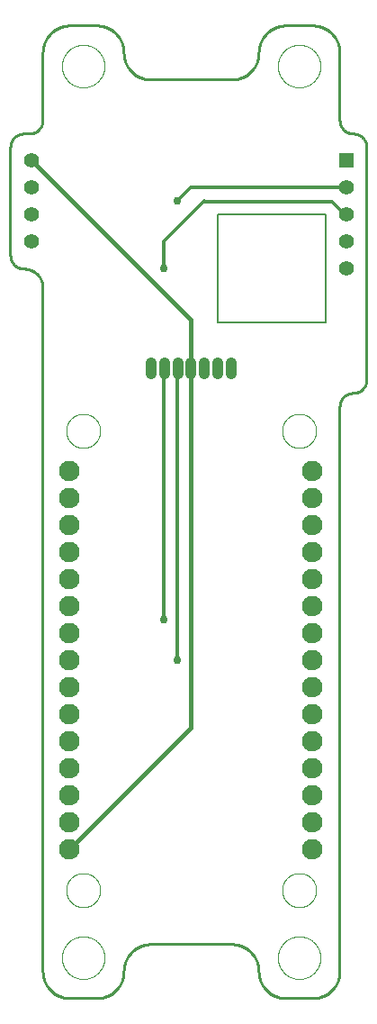
<source format=gtl>
G75*
%MOIN*%
%OFA0B0*%
%FSLAX25Y25*%
%IPPOS*%
%LPD*%
%AMOC8*
5,1,8,0,0,1.08239X$1,22.5*
%
%ADD10C,0.00000*%
%ADD11C,0.01000*%
%ADD12C,0.00600*%
%ADD13C,0.07600*%
%ADD14R,0.05543X0.05543*%
%ADD15C,0.05543*%
%ADD16C,0.03969*%
%ADD17C,0.01600*%
%ADD18C,0.02978*%
%ADD19C,0.01200*%
D10*
X0020626Y0016500D02*
X0020628Y0016693D01*
X0020635Y0016886D01*
X0020647Y0017079D01*
X0020664Y0017272D01*
X0020685Y0017464D01*
X0020711Y0017655D01*
X0020742Y0017846D01*
X0020777Y0018036D01*
X0020817Y0018225D01*
X0020862Y0018413D01*
X0020911Y0018600D01*
X0020965Y0018786D01*
X0021023Y0018970D01*
X0021086Y0019153D01*
X0021154Y0019334D01*
X0021225Y0019513D01*
X0021302Y0019691D01*
X0021382Y0019867D01*
X0021467Y0020040D01*
X0021556Y0020212D01*
X0021649Y0020381D01*
X0021746Y0020548D01*
X0021848Y0020713D01*
X0021953Y0020875D01*
X0022062Y0021034D01*
X0022176Y0021191D01*
X0022293Y0021344D01*
X0022413Y0021495D01*
X0022538Y0021643D01*
X0022666Y0021788D01*
X0022797Y0021929D01*
X0022932Y0022068D01*
X0023071Y0022203D01*
X0023212Y0022334D01*
X0023357Y0022462D01*
X0023505Y0022587D01*
X0023656Y0022707D01*
X0023809Y0022824D01*
X0023966Y0022938D01*
X0024125Y0023047D01*
X0024287Y0023152D01*
X0024452Y0023254D01*
X0024619Y0023351D01*
X0024788Y0023444D01*
X0024960Y0023533D01*
X0025133Y0023618D01*
X0025309Y0023698D01*
X0025487Y0023775D01*
X0025666Y0023846D01*
X0025847Y0023914D01*
X0026030Y0023977D01*
X0026214Y0024035D01*
X0026400Y0024089D01*
X0026587Y0024138D01*
X0026775Y0024183D01*
X0026964Y0024223D01*
X0027154Y0024258D01*
X0027345Y0024289D01*
X0027536Y0024315D01*
X0027728Y0024336D01*
X0027921Y0024353D01*
X0028114Y0024365D01*
X0028307Y0024372D01*
X0028500Y0024374D01*
X0028693Y0024372D01*
X0028886Y0024365D01*
X0029079Y0024353D01*
X0029272Y0024336D01*
X0029464Y0024315D01*
X0029655Y0024289D01*
X0029846Y0024258D01*
X0030036Y0024223D01*
X0030225Y0024183D01*
X0030413Y0024138D01*
X0030600Y0024089D01*
X0030786Y0024035D01*
X0030970Y0023977D01*
X0031153Y0023914D01*
X0031334Y0023846D01*
X0031513Y0023775D01*
X0031691Y0023698D01*
X0031867Y0023618D01*
X0032040Y0023533D01*
X0032212Y0023444D01*
X0032381Y0023351D01*
X0032548Y0023254D01*
X0032713Y0023152D01*
X0032875Y0023047D01*
X0033034Y0022938D01*
X0033191Y0022824D01*
X0033344Y0022707D01*
X0033495Y0022587D01*
X0033643Y0022462D01*
X0033788Y0022334D01*
X0033929Y0022203D01*
X0034068Y0022068D01*
X0034203Y0021929D01*
X0034334Y0021788D01*
X0034462Y0021643D01*
X0034587Y0021495D01*
X0034707Y0021344D01*
X0034824Y0021191D01*
X0034938Y0021034D01*
X0035047Y0020875D01*
X0035152Y0020713D01*
X0035254Y0020548D01*
X0035351Y0020381D01*
X0035444Y0020212D01*
X0035533Y0020040D01*
X0035618Y0019867D01*
X0035698Y0019691D01*
X0035775Y0019513D01*
X0035846Y0019334D01*
X0035914Y0019153D01*
X0035977Y0018970D01*
X0036035Y0018786D01*
X0036089Y0018600D01*
X0036138Y0018413D01*
X0036183Y0018225D01*
X0036223Y0018036D01*
X0036258Y0017846D01*
X0036289Y0017655D01*
X0036315Y0017464D01*
X0036336Y0017272D01*
X0036353Y0017079D01*
X0036365Y0016886D01*
X0036372Y0016693D01*
X0036374Y0016500D01*
X0036372Y0016307D01*
X0036365Y0016114D01*
X0036353Y0015921D01*
X0036336Y0015728D01*
X0036315Y0015536D01*
X0036289Y0015345D01*
X0036258Y0015154D01*
X0036223Y0014964D01*
X0036183Y0014775D01*
X0036138Y0014587D01*
X0036089Y0014400D01*
X0036035Y0014214D01*
X0035977Y0014030D01*
X0035914Y0013847D01*
X0035846Y0013666D01*
X0035775Y0013487D01*
X0035698Y0013309D01*
X0035618Y0013133D01*
X0035533Y0012960D01*
X0035444Y0012788D01*
X0035351Y0012619D01*
X0035254Y0012452D01*
X0035152Y0012287D01*
X0035047Y0012125D01*
X0034938Y0011966D01*
X0034824Y0011809D01*
X0034707Y0011656D01*
X0034587Y0011505D01*
X0034462Y0011357D01*
X0034334Y0011212D01*
X0034203Y0011071D01*
X0034068Y0010932D01*
X0033929Y0010797D01*
X0033788Y0010666D01*
X0033643Y0010538D01*
X0033495Y0010413D01*
X0033344Y0010293D01*
X0033191Y0010176D01*
X0033034Y0010062D01*
X0032875Y0009953D01*
X0032713Y0009848D01*
X0032548Y0009746D01*
X0032381Y0009649D01*
X0032212Y0009556D01*
X0032040Y0009467D01*
X0031867Y0009382D01*
X0031691Y0009302D01*
X0031513Y0009225D01*
X0031334Y0009154D01*
X0031153Y0009086D01*
X0030970Y0009023D01*
X0030786Y0008965D01*
X0030600Y0008911D01*
X0030413Y0008862D01*
X0030225Y0008817D01*
X0030036Y0008777D01*
X0029846Y0008742D01*
X0029655Y0008711D01*
X0029464Y0008685D01*
X0029272Y0008664D01*
X0029079Y0008647D01*
X0028886Y0008635D01*
X0028693Y0008628D01*
X0028500Y0008626D01*
X0028307Y0008628D01*
X0028114Y0008635D01*
X0027921Y0008647D01*
X0027728Y0008664D01*
X0027536Y0008685D01*
X0027345Y0008711D01*
X0027154Y0008742D01*
X0026964Y0008777D01*
X0026775Y0008817D01*
X0026587Y0008862D01*
X0026400Y0008911D01*
X0026214Y0008965D01*
X0026030Y0009023D01*
X0025847Y0009086D01*
X0025666Y0009154D01*
X0025487Y0009225D01*
X0025309Y0009302D01*
X0025133Y0009382D01*
X0024960Y0009467D01*
X0024788Y0009556D01*
X0024619Y0009649D01*
X0024452Y0009746D01*
X0024287Y0009848D01*
X0024125Y0009953D01*
X0023966Y0010062D01*
X0023809Y0010176D01*
X0023656Y0010293D01*
X0023505Y0010413D01*
X0023357Y0010538D01*
X0023212Y0010666D01*
X0023071Y0010797D01*
X0022932Y0010932D01*
X0022797Y0011071D01*
X0022666Y0011212D01*
X0022538Y0011357D01*
X0022413Y0011505D01*
X0022293Y0011656D01*
X0022176Y0011809D01*
X0022062Y0011966D01*
X0021953Y0012125D01*
X0021848Y0012287D01*
X0021746Y0012452D01*
X0021649Y0012619D01*
X0021556Y0012788D01*
X0021467Y0012960D01*
X0021382Y0013133D01*
X0021302Y0013309D01*
X0021225Y0013487D01*
X0021154Y0013666D01*
X0021086Y0013847D01*
X0021023Y0014030D01*
X0020965Y0014214D01*
X0020911Y0014400D01*
X0020862Y0014587D01*
X0020817Y0014775D01*
X0020777Y0014964D01*
X0020742Y0015154D01*
X0020711Y0015345D01*
X0020685Y0015536D01*
X0020664Y0015728D01*
X0020647Y0015921D01*
X0020635Y0016114D01*
X0020628Y0016307D01*
X0020626Y0016500D01*
X0022201Y0041500D02*
X0022203Y0041658D01*
X0022209Y0041816D01*
X0022219Y0041974D01*
X0022233Y0042132D01*
X0022251Y0042289D01*
X0022272Y0042446D01*
X0022298Y0042602D01*
X0022328Y0042758D01*
X0022361Y0042913D01*
X0022399Y0043066D01*
X0022440Y0043219D01*
X0022485Y0043371D01*
X0022534Y0043522D01*
X0022587Y0043671D01*
X0022643Y0043819D01*
X0022703Y0043965D01*
X0022767Y0044110D01*
X0022835Y0044253D01*
X0022906Y0044395D01*
X0022980Y0044535D01*
X0023058Y0044672D01*
X0023140Y0044808D01*
X0023224Y0044942D01*
X0023313Y0045073D01*
X0023404Y0045202D01*
X0023499Y0045329D01*
X0023596Y0045454D01*
X0023697Y0045576D01*
X0023801Y0045695D01*
X0023908Y0045812D01*
X0024018Y0045926D01*
X0024131Y0046037D01*
X0024246Y0046146D01*
X0024364Y0046251D01*
X0024485Y0046353D01*
X0024608Y0046453D01*
X0024734Y0046549D01*
X0024862Y0046642D01*
X0024992Y0046732D01*
X0025125Y0046818D01*
X0025260Y0046902D01*
X0025396Y0046981D01*
X0025535Y0047058D01*
X0025676Y0047130D01*
X0025818Y0047200D01*
X0025962Y0047265D01*
X0026108Y0047327D01*
X0026255Y0047385D01*
X0026404Y0047440D01*
X0026554Y0047491D01*
X0026705Y0047538D01*
X0026857Y0047581D01*
X0027010Y0047620D01*
X0027165Y0047656D01*
X0027320Y0047687D01*
X0027476Y0047715D01*
X0027632Y0047739D01*
X0027789Y0047759D01*
X0027947Y0047775D01*
X0028104Y0047787D01*
X0028263Y0047795D01*
X0028421Y0047799D01*
X0028579Y0047799D01*
X0028737Y0047795D01*
X0028896Y0047787D01*
X0029053Y0047775D01*
X0029211Y0047759D01*
X0029368Y0047739D01*
X0029524Y0047715D01*
X0029680Y0047687D01*
X0029835Y0047656D01*
X0029990Y0047620D01*
X0030143Y0047581D01*
X0030295Y0047538D01*
X0030446Y0047491D01*
X0030596Y0047440D01*
X0030745Y0047385D01*
X0030892Y0047327D01*
X0031038Y0047265D01*
X0031182Y0047200D01*
X0031324Y0047130D01*
X0031465Y0047058D01*
X0031604Y0046981D01*
X0031740Y0046902D01*
X0031875Y0046818D01*
X0032008Y0046732D01*
X0032138Y0046642D01*
X0032266Y0046549D01*
X0032392Y0046453D01*
X0032515Y0046353D01*
X0032636Y0046251D01*
X0032754Y0046146D01*
X0032869Y0046037D01*
X0032982Y0045926D01*
X0033092Y0045812D01*
X0033199Y0045695D01*
X0033303Y0045576D01*
X0033404Y0045454D01*
X0033501Y0045329D01*
X0033596Y0045202D01*
X0033687Y0045073D01*
X0033776Y0044942D01*
X0033860Y0044808D01*
X0033942Y0044672D01*
X0034020Y0044535D01*
X0034094Y0044395D01*
X0034165Y0044253D01*
X0034233Y0044110D01*
X0034297Y0043965D01*
X0034357Y0043819D01*
X0034413Y0043671D01*
X0034466Y0043522D01*
X0034515Y0043371D01*
X0034560Y0043219D01*
X0034601Y0043066D01*
X0034639Y0042913D01*
X0034672Y0042758D01*
X0034702Y0042602D01*
X0034728Y0042446D01*
X0034749Y0042289D01*
X0034767Y0042132D01*
X0034781Y0041974D01*
X0034791Y0041816D01*
X0034797Y0041658D01*
X0034799Y0041500D01*
X0034797Y0041342D01*
X0034791Y0041184D01*
X0034781Y0041026D01*
X0034767Y0040868D01*
X0034749Y0040711D01*
X0034728Y0040554D01*
X0034702Y0040398D01*
X0034672Y0040242D01*
X0034639Y0040087D01*
X0034601Y0039934D01*
X0034560Y0039781D01*
X0034515Y0039629D01*
X0034466Y0039478D01*
X0034413Y0039329D01*
X0034357Y0039181D01*
X0034297Y0039035D01*
X0034233Y0038890D01*
X0034165Y0038747D01*
X0034094Y0038605D01*
X0034020Y0038465D01*
X0033942Y0038328D01*
X0033860Y0038192D01*
X0033776Y0038058D01*
X0033687Y0037927D01*
X0033596Y0037798D01*
X0033501Y0037671D01*
X0033404Y0037546D01*
X0033303Y0037424D01*
X0033199Y0037305D01*
X0033092Y0037188D01*
X0032982Y0037074D01*
X0032869Y0036963D01*
X0032754Y0036854D01*
X0032636Y0036749D01*
X0032515Y0036647D01*
X0032392Y0036547D01*
X0032266Y0036451D01*
X0032138Y0036358D01*
X0032008Y0036268D01*
X0031875Y0036182D01*
X0031740Y0036098D01*
X0031604Y0036019D01*
X0031465Y0035942D01*
X0031324Y0035870D01*
X0031182Y0035800D01*
X0031038Y0035735D01*
X0030892Y0035673D01*
X0030745Y0035615D01*
X0030596Y0035560D01*
X0030446Y0035509D01*
X0030295Y0035462D01*
X0030143Y0035419D01*
X0029990Y0035380D01*
X0029835Y0035344D01*
X0029680Y0035313D01*
X0029524Y0035285D01*
X0029368Y0035261D01*
X0029211Y0035241D01*
X0029053Y0035225D01*
X0028896Y0035213D01*
X0028737Y0035205D01*
X0028579Y0035201D01*
X0028421Y0035201D01*
X0028263Y0035205D01*
X0028104Y0035213D01*
X0027947Y0035225D01*
X0027789Y0035241D01*
X0027632Y0035261D01*
X0027476Y0035285D01*
X0027320Y0035313D01*
X0027165Y0035344D01*
X0027010Y0035380D01*
X0026857Y0035419D01*
X0026705Y0035462D01*
X0026554Y0035509D01*
X0026404Y0035560D01*
X0026255Y0035615D01*
X0026108Y0035673D01*
X0025962Y0035735D01*
X0025818Y0035800D01*
X0025676Y0035870D01*
X0025535Y0035942D01*
X0025396Y0036019D01*
X0025260Y0036098D01*
X0025125Y0036182D01*
X0024992Y0036268D01*
X0024862Y0036358D01*
X0024734Y0036451D01*
X0024608Y0036547D01*
X0024485Y0036647D01*
X0024364Y0036749D01*
X0024246Y0036854D01*
X0024131Y0036963D01*
X0024018Y0037074D01*
X0023908Y0037188D01*
X0023801Y0037305D01*
X0023697Y0037424D01*
X0023596Y0037546D01*
X0023499Y0037671D01*
X0023404Y0037798D01*
X0023313Y0037927D01*
X0023224Y0038058D01*
X0023140Y0038192D01*
X0023058Y0038328D01*
X0022980Y0038465D01*
X0022906Y0038605D01*
X0022835Y0038747D01*
X0022767Y0038890D01*
X0022703Y0039035D01*
X0022643Y0039181D01*
X0022587Y0039329D01*
X0022534Y0039478D01*
X0022485Y0039629D01*
X0022440Y0039781D01*
X0022399Y0039934D01*
X0022361Y0040087D01*
X0022328Y0040242D01*
X0022298Y0040398D01*
X0022272Y0040554D01*
X0022251Y0040711D01*
X0022233Y0040868D01*
X0022219Y0041026D01*
X0022209Y0041184D01*
X0022203Y0041342D01*
X0022201Y0041500D01*
X0022201Y0211500D02*
X0022203Y0211658D01*
X0022209Y0211816D01*
X0022219Y0211974D01*
X0022233Y0212132D01*
X0022251Y0212289D01*
X0022272Y0212446D01*
X0022298Y0212602D01*
X0022328Y0212758D01*
X0022361Y0212913D01*
X0022399Y0213066D01*
X0022440Y0213219D01*
X0022485Y0213371D01*
X0022534Y0213522D01*
X0022587Y0213671D01*
X0022643Y0213819D01*
X0022703Y0213965D01*
X0022767Y0214110D01*
X0022835Y0214253D01*
X0022906Y0214395D01*
X0022980Y0214535D01*
X0023058Y0214672D01*
X0023140Y0214808D01*
X0023224Y0214942D01*
X0023313Y0215073D01*
X0023404Y0215202D01*
X0023499Y0215329D01*
X0023596Y0215454D01*
X0023697Y0215576D01*
X0023801Y0215695D01*
X0023908Y0215812D01*
X0024018Y0215926D01*
X0024131Y0216037D01*
X0024246Y0216146D01*
X0024364Y0216251D01*
X0024485Y0216353D01*
X0024608Y0216453D01*
X0024734Y0216549D01*
X0024862Y0216642D01*
X0024992Y0216732D01*
X0025125Y0216818D01*
X0025260Y0216902D01*
X0025396Y0216981D01*
X0025535Y0217058D01*
X0025676Y0217130D01*
X0025818Y0217200D01*
X0025962Y0217265D01*
X0026108Y0217327D01*
X0026255Y0217385D01*
X0026404Y0217440D01*
X0026554Y0217491D01*
X0026705Y0217538D01*
X0026857Y0217581D01*
X0027010Y0217620D01*
X0027165Y0217656D01*
X0027320Y0217687D01*
X0027476Y0217715D01*
X0027632Y0217739D01*
X0027789Y0217759D01*
X0027947Y0217775D01*
X0028104Y0217787D01*
X0028263Y0217795D01*
X0028421Y0217799D01*
X0028579Y0217799D01*
X0028737Y0217795D01*
X0028896Y0217787D01*
X0029053Y0217775D01*
X0029211Y0217759D01*
X0029368Y0217739D01*
X0029524Y0217715D01*
X0029680Y0217687D01*
X0029835Y0217656D01*
X0029990Y0217620D01*
X0030143Y0217581D01*
X0030295Y0217538D01*
X0030446Y0217491D01*
X0030596Y0217440D01*
X0030745Y0217385D01*
X0030892Y0217327D01*
X0031038Y0217265D01*
X0031182Y0217200D01*
X0031324Y0217130D01*
X0031465Y0217058D01*
X0031604Y0216981D01*
X0031740Y0216902D01*
X0031875Y0216818D01*
X0032008Y0216732D01*
X0032138Y0216642D01*
X0032266Y0216549D01*
X0032392Y0216453D01*
X0032515Y0216353D01*
X0032636Y0216251D01*
X0032754Y0216146D01*
X0032869Y0216037D01*
X0032982Y0215926D01*
X0033092Y0215812D01*
X0033199Y0215695D01*
X0033303Y0215576D01*
X0033404Y0215454D01*
X0033501Y0215329D01*
X0033596Y0215202D01*
X0033687Y0215073D01*
X0033776Y0214942D01*
X0033860Y0214808D01*
X0033942Y0214672D01*
X0034020Y0214535D01*
X0034094Y0214395D01*
X0034165Y0214253D01*
X0034233Y0214110D01*
X0034297Y0213965D01*
X0034357Y0213819D01*
X0034413Y0213671D01*
X0034466Y0213522D01*
X0034515Y0213371D01*
X0034560Y0213219D01*
X0034601Y0213066D01*
X0034639Y0212913D01*
X0034672Y0212758D01*
X0034702Y0212602D01*
X0034728Y0212446D01*
X0034749Y0212289D01*
X0034767Y0212132D01*
X0034781Y0211974D01*
X0034791Y0211816D01*
X0034797Y0211658D01*
X0034799Y0211500D01*
X0034797Y0211342D01*
X0034791Y0211184D01*
X0034781Y0211026D01*
X0034767Y0210868D01*
X0034749Y0210711D01*
X0034728Y0210554D01*
X0034702Y0210398D01*
X0034672Y0210242D01*
X0034639Y0210087D01*
X0034601Y0209934D01*
X0034560Y0209781D01*
X0034515Y0209629D01*
X0034466Y0209478D01*
X0034413Y0209329D01*
X0034357Y0209181D01*
X0034297Y0209035D01*
X0034233Y0208890D01*
X0034165Y0208747D01*
X0034094Y0208605D01*
X0034020Y0208465D01*
X0033942Y0208328D01*
X0033860Y0208192D01*
X0033776Y0208058D01*
X0033687Y0207927D01*
X0033596Y0207798D01*
X0033501Y0207671D01*
X0033404Y0207546D01*
X0033303Y0207424D01*
X0033199Y0207305D01*
X0033092Y0207188D01*
X0032982Y0207074D01*
X0032869Y0206963D01*
X0032754Y0206854D01*
X0032636Y0206749D01*
X0032515Y0206647D01*
X0032392Y0206547D01*
X0032266Y0206451D01*
X0032138Y0206358D01*
X0032008Y0206268D01*
X0031875Y0206182D01*
X0031740Y0206098D01*
X0031604Y0206019D01*
X0031465Y0205942D01*
X0031324Y0205870D01*
X0031182Y0205800D01*
X0031038Y0205735D01*
X0030892Y0205673D01*
X0030745Y0205615D01*
X0030596Y0205560D01*
X0030446Y0205509D01*
X0030295Y0205462D01*
X0030143Y0205419D01*
X0029990Y0205380D01*
X0029835Y0205344D01*
X0029680Y0205313D01*
X0029524Y0205285D01*
X0029368Y0205261D01*
X0029211Y0205241D01*
X0029053Y0205225D01*
X0028896Y0205213D01*
X0028737Y0205205D01*
X0028579Y0205201D01*
X0028421Y0205201D01*
X0028263Y0205205D01*
X0028104Y0205213D01*
X0027947Y0205225D01*
X0027789Y0205241D01*
X0027632Y0205261D01*
X0027476Y0205285D01*
X0027320Y0205313D01*
X0027165Y0205344D01*
X0027010Y0205380D01*
X0026857Y0205419D01*
X0026705Y0205462D01*
X0026554Y0205509D01*
X0026404Y0205560D01*
X0026255Y0205615D01*
X0026108Y0205673D01*
X0025962Y0205735D01*
X0025818Y0205800D01*
X0025676Y0205870D01*
X0025535Y0205942D01*
X0025396Y0206019D01*
X0025260Y0206098D01*
X0025125Y0206182D01*
X0024992Y0206268D01*
X0024862Y0206358D01*
X0024734Y0206451D01*
X0024608Y0206547D01*
X0024485Y0206647D01*
X0024364Y0206749D01*
X0024246Y0206854D01*
X0024131Y0206963D01*
X0024018Y0207074D01*
X0023908Y0207188D01*
X0023801Y0207305D01*
X0023697Y0207424D01*
X0023596Y0207546D01*
X0023499Y0207671D01*
X0023404Y0207798D01*
X0023313Y0207927D01*
X0023224Y0208058D01*
X0023140Y0208192D01*
X0023058Y0208328D01*
X0022980Y0208465D01*
X0022906Y0208605D01*
X0022835Y0208747D01*
X0022767Y0208890D01*
X0022703Y0209035D01*
X0022643Y0209181D01*
X0022587Y0209329D01*
X0022534Y0209478D01*
X0022485Y0209629D01*
X0022440Y0209781D01*
X0022399Y0209934D01*
X0022361Y0210087D01*
X0022328Y0210242D01*
X0022298Y0210398D01*
X0022272Y0210554D01*
X0022251Y0210711D01*
X0022233Y0210868D01*
X0022219Y0211026D01*
X0022209Y0211184D01*
X0022203Y0211342D01*
X0022201Y0211500D01*
X0020626Y0346500D02*
X0020628Y0346693D01*
X0020635Y0346886D01*
X0020647Y0347079D01*
X0020664Y0347272D01*
X0020685Y0347464D01*
X0020711Y0347655D01*
X0020742Y0347846D01*
X0020777Y0348036D01*
X0020817Y0348225D01*
X0020862Y0348413D01*
X0020911Y0348600D01*
X0020965Y0348786D01*
X0021023Y0348970D01*
X0021086Y0349153D01*
X0021154Y0349334D01*
X0021225Y0349513D01*
X0021302Y0349691D01*
X0021382Y0349867D01*
X0021467Y0350040D01*
X0021556Y0350212D01*
X0021649Y0350381D01*
X0021746Y0350548D01*
X0021848Y0350713D01*
X0021953Y0350875D01*
X0022062Y0351034D01*
X0022176Y0351191D01*
X0022293Y0351344D01*
X0022413Y0351495D01*
X0022538Y0351643D01*
X0022666Y0351788D01*
X0022797Y0351929D01*
X0022932Y0352068D01*
X0023071Y0352203D01*
X0023212Y0352334D01*
X0023357Y0352462D01*
X0023505Y0352587D01*
X0023656Y0352707D01*
X0023809Y0352824D01*
X0023966Y0352938D01*
X0024125Y0353047D01*
X0024287Y0353152D01*
X0024452Y0353254D01*
X0024619Y0353351D01*
X0024788Y0353444D01*
X0024960Y0353533D01*
X0025133Y0353618D01*
X0025309Y0353698D01*
X0025487Y0353775D01*
X0025666Y0353846D01*
X0025847Y0353914D01*
X0026030Y0353977D01*
X0026214Y0354035D01*
X0026400Y0354089D01*
X0026587Y0354138D01*
X0026775Y0354183D01*
X0026964Y0354223D01*
X0027154Y0354258D01*
X0027345Y0354289D01*
X0027536Y0354315D01*
X0027728Y0354336D01*
X0027921Y0354353D01*
X0028114Y0354365D01*
X0028307Y0354372D01*
X0028500Y0354374D01*
X0028693Y0354372D01*
X0028886Y0354365D01*
X0029079Y0354353D01*
X0029272Y0354336D01*
X0029464Y0354315D01*
X0029655Y0354289D01*
X0029846Y0354258D01*
X0030036Y0354223D01*
X0030225Y0354183D01*
X0030413Y0354138D01*
X0030600Y0354089D01*
X0030786Y0354035D01*
X0030970Y0353977D01*
X0031153Y0353914D01*
X0031334Y0353846D01*
X0031513Y0353775D01*
X0031691Y0353698D01*
X0031867Y0353618D01*
X0032040Y0353533D01*
X0032212Y0353444D01*
X0032381Y0353351D01*
X0032548Y0353254D01*
X0032713Y0353152D01*
X0032875Y0353047D01*
X0033034Y0352938D01*
X0033191Y0352824D01*
X0033344Y0352707D01*
X0033495Y0352587D01*
X0033643Y0352462D01*
X0033788Y0352334D01*
X0033929Y0352203D01*
X0034068Y0352068D01*
X0034203Y0351929D01*
X0034334Y0351788D01*
X0034462Y0351643D01*
X0034587Y0351495D01*
X0034707Y0351344D01*
X0034824Y0351191D01*
X0034938Y0351034D01*
X0035047Y0350875D01*
X0035152Y0350713D01*
X0035254Y0350548D01*
X0035351Y0350381D01*
X0035444Y0350212D01*
X0035533Y0350040D01*
X0035618Y0349867D01*
X0035698Y0349691D01*
X0035775Y0349513D01*
X0035846Y0349334D01*
X0035914Y0349153D01*
X0035977Y0348970D01*
X0036035Y0348786D01*
X0036089Y0348600D01*
X0036138Y0348413D01*
X0036183Y0348225D01*
X0036223Y0348036D01*
X0036258Y0347846D01*
X0036289Y0347655D01*
X0036315Y0347464D01*
X0036336Y0347272D01*
X0036353Y0347079D01*
X0036365Y0346886D01*
X0036372Y0346693D01*
X0036374Y0346500D01*
X0036372Y0346307D01*
X0036365Y0346114D01*
X0036353Y0345921D01*
X0036336Y0345728D01*
X0036315Y0345536D01*
X0036289Y0345345D01*
X0036258Y0345154D01*
X0036223Y0344964D01*
X0036183Y0344775D01*
X0036138Y0344587D01*
X0036089Y0344400D01*
X0036035Y0344214D01*
X0035977Y0344030D01*
X0035914Y0343847D01*
X0035846Y0343666D01*
X0035775Y0343487D01*
X0035698Y0343309D01*
X0035618Y0343133D01*
X0035533Y0342960D01*
X0035444Y0342788D01*
X0035351Y0342619D01*
X0035254Y0342452D01*
X0035152Y0342287D01*
X0035047Y0342125D01*
X0034938Y0341966D01*
X0034824Y0341809D01*
X0034707Y0341656D01*
X0034587Y0341505D01*
X0034462Y0341357D01*
X0034334Y0341212D01*
X0034203Y0341071D01*
X0034068Y0340932D01*
X0033929Y0340797D01*
X0033788Y0340666D01*
X0033643Y0340538D01*
X0033495Y0340413D01*
X0033344Y0340293D01*
X0033191Y0340176D01*
X0033034Y0340062D01*
X0032875Y0339953D01*
X0032713Y0339848D01*
X0032548Y0339746D01*
X0032381Y0339649D01*
X0032212Y0339556D01*
X0032040Y0339467D01*
X0031867Y0339382D01*
X0031691Y0339302D01*
X0031513Y0339225D01*
X0031334Y0339154D01*
X0031153Y0339086D01*
X0030970Y0339023D01*
X0030786Y0338965D01*
X0030600Y0338911D01*
X0030413Y0338862D01*
X0030225Y0338817D01*
X0030036Y0338777D01*
X0029846Y0338742D01*
X0029655Y0338711D01*
X0029464Y0338685D01*
X0029272Y0338664D01*
X0029079Y0338647D01*
X0028886Y0338635D01*
X0028693Y0338628D01*
X0028500Y0338626D01*
X0028307Y0338628D01*
X0028114Y0338635D01*
X0027921Y0338647D01*
X0027728Y0338664D01*
X0027536Y0338685D01*
X0027345Y0338711D01*
X0027154Y0338742D01*
X0026964Y0338777D01*
X0026775Y0338817D01*
X0026587Y0338862D01*
X0026400Y0338911D01*
X0026214Y0338965D01*
X0026030Y0339023D01*
X0025847Y0339086D01*
X0025666Y0339154D01*
X0025487Y0339225D01*
X0025309Y0339302D01*
X0025133Y0339382D01*
X0024960Y0339467D01*
X0024788Y0339556D01*
X0024619Y0339649D01*
X0024452Y0339746D01*
X0024287Y0339848D01*
X0024125Y0339953D01*
X0023966Y0340062D01*
X0023809Y0340176D01*
X0023656Y0340293D01*
X0023505Y0340413D01*
X0023357Y0340538D01*
X0023212Y0340666D01*
X0023071Y0340797D01*
X0022932Y0340932D01*
X0022797Y0341071D01*
X0022666Y0341212D01*
X0022538Y0341357D01*
X0022413Y0341505D01*
X0022293Y0341656D01*
X0022176Y0341809D01*
X0022062Y0341966D01*
X0021953Y0342125D01*
X0021848Y0342287D01*
X0021746Y0342452D01*
X0021649Y0342619D01*
X0021556Y0342788D01*
X0021467Y0342960D01*
X0021382Y0343133D01*
X0021302Y0343309D01*
X0021225Y0343487D01*
X0021154Y0343666D01*
X0021086Y0343847D01*
X0021023Y0344030D01*
X0020965Y0344214D01*
X0020911Y0344400D01*
X0020862Y0344587D01*
X0020817Y0344775D01*
X0020777Y0344964D01*
X0020742Y0345154D01*
X0020711Y0345345D01*
X0020685Y0345536D01*
X0020664Y0345728D01*
X0020647Y0345921D01*
X0020635Y0346114D01*
X0020628Y0346307D01*
X0020626Y0346500D01*
X0100626Y0346500D02*
X0100628Y0346693D01*
X0100635Y0346886D01*
X0100647Y0347079D01*
X0100664Y0347272D01*
X0100685Y0347464D01*
X0100711Y0347655D01*
X0100742Y0347846D01*
X0100777Y0348036D01*
X0100817Y0348225D01*
X0100862Y0348413D01*
X0100911Y0348600D01*
X0100965Y0348786D01*
X0101023Y0348970D01*
X0101086Y0349153D01*
X0101154Y0349334D01*
X0101225Y0349513D01*
X0101302Y0349691D01*
X0101382Y0349867D01*
X0101467Y0350040D01*
X0101556Y0350212D01*
X0101649Y0350381D01*
X0101746Y0350548D01*
X0101848Y0350713D01*
X0101953Y0350875D01*
X0102062Y0351034D01*
X0102176Y0351191D01*
X0102293Y0351344D01*
X0102413Y0351495D01*
X0102538Y0351643D01*
X0102666Y0351788D01*
X0102797Y0351929D01*
X0102932Y0352068D01*
X0103071Y0352203D01*
X0103212Y0352334D01*
X0103357Y0352462D01*
X0103505Y0352587D01*
X0103656Y0352707D01*
X0103809Y0352824D01*
X0103966Y0352938D01*
X0104125Y0353047D01*
X0104287Y0353152D01*
X0104452Y0353254D01*
X0104619Y0353351D01*
X0104788Y0353444D01*
X0104960Y0353533D01*
X0105133Y0353618D01*
X0105309Y0353698D01*
X0105487Y0353775D01*
X0105666Y0353846D01*
X0105847Y0353914D01*
X0106030Y0353977D01*
X0106214Y0354035D01*
X0106400Y0354089D01*
X0106587Y0354138D01*
X0106775Y0354183D01*
X0106964Y0354223D01*
X0107154Y0354258D01*
X0107345Y0354289D01*
X0107536Y0354315D01*
X0107728Y0354336D01*
X0107921Y0354353D01*
X0108114Y0354365D01*
X0108307Y0354372D01*
X0108500Y0354374D01*
X0108693Y0354372D01*
X0108886Y0354365D01*
X0109079Y0354353D01*
X0109272Y0354336D01*
X0109464Y0354315D01*
X0109655Y0354289D01*
X0109846Y0354258D01*
X0110036Y0354223D01*
X0110225Y0354183D01*
X0110413Y0354138D01*
X0110600Y0354089D01*
X0110786Y0354035D01*
X0110970Y0353977D01*
X0111153Y0353914D01*
X0111334Y0353846D01*
X0111513Y0353775D01*
X0111691Y0353698D01*
X0111867Y0353618D01*
X0112040Y0353533D01*
X0112212Y0353444D01*
X0112381Y0353351D01*
X0112548Y0353254D01*
X0112713Y0353152D01*
X0112875Y0353047D01*
X0113034Y0352938D01*
X0113191Y0352824D01*
X0113344Y0352707D01*
X0113495Y0352587D01*
X0113643Y0352462D01*
X0113788Y0352334D01*
X0113929Y0352203D01*
X0114068Y0352068D01*
X0114203Y0351929D01*
X0114334Y0351788D01*
X0114462Y0351643D01*
X0114587Y0351495D01*
X0114707Y0351344D01*
X0114824Y0351191D01*
X0114938Y0351034D01*
X0115047Y0350875D01*
X0115152Y0350713D01*
X0115254Y0350548D01*
X0115351Y0350381D01*
X0115444Y0350212D01*
X0115533Y0350040D01*
X0115618Y0349867D01*
X0115698Y0349691D01*
X0115775Y0349513D01*
X0115846Y0349334D01*
X0115914Y0349153D01*
X0115977Y0348970D01*
X0116035Y0348786D01*
X0116089Y0348600D01*
X0116138Y0348413D01*
X0116183Y0348225D01*
X0116223Y0348036D01*
X0116258Y0347846D01*
X0116289Y0347655D01*
X0116315Y0347464D01*
X0116336Y0347272D01*
X0116353Y0347079D01*
X0116365Y0346886D01*
X0116372Y0346693D01*
X0116374Y0346500D01*
X0116372Y0346307D01*
X0116365Y0346114D01*
X0116353Y0345921D01*
X0116336Y0345728D01*
X0116315Y0345536D01*
X0116289Y0345345D01*
X0116258Y0345154D01*
X0116223Y0344964D01*
X0116183Y0344775D01*
X0116138Y0344587D01*
X0116089Y0344400D01*
X0116035Y0344214D01*
X0115977Y0344030D01*
X0115914Y0343847D01*
X0115846Y0343666D01*
X0115775Y0343487D01*
X0115698Y0343309D01*
X0115618Y0343133D01*
X0115533Y0342960D01*
X0115444Y0342788D01*
X0115351Y0342619D01*
X0115254Y0342452D01*
X0115152Y0342287D01*
X0115047Y0342125D01*
X0114938Y0341966D01*
X0114824Y0341809D01*
X0114707Y0341656D01*
X0114587Y0341505D01*
X0114462Y0341357D01*
X0114334Y0341212D01*
X0114203Y0341071D01*
X0114068Y0340932D01*
X0113929Y0340797D01*
X0113788Y0340666D01*
X0113643Y0340538D01*
X0113495Y0340413D01*
X0113344Y0340293D01*
X0113191Y0340176D01*
X0113034Y0340062D01*
X0112875Y0339953D01*
X0112713Y0339848D01*
X0112548Y0339746D01*
X0112381Y0339649D01*
X0112212Y0339556D01*
X0112040Y0339467D01*
X0111867Y0339382D01*
X0111691Y0339302D01*
X0111513Y0339225D01*
X0111334Y0339154D01*
X0111153Y0339086D01*
X0110970Y0339023D01*
X0110786Y0338965D01*
X0110600Y0338911D01*
X0110413Y0338862D01*
X0110225Y0338817D01*
X0110036Y0338777D01*
X0109846Y0338742D01*
X0109655Y0338711D01*
X0109464Y0338685D01*
X0109272Y0338664D01*
X0109079Y0338647D01*
X0108886Y0338635D01*
X0108693Y0338628D01*
X0108500Y0338626D01*
X0108307Y0338628D01*
X0108114Y0338635D01*
X0107921Y0338647D01*
X0107728Y0338664D01*
X0107536Y0338685D01*
X0107345Y0338711D01*
X0107154Y0338742D01*
X0106964Y0338777D01*
X0106775Y0338817D01*
X0106587Y0338862D01*
X0106400Y0338911D01*
X0106214Y0338965D01*
X0106030Y0339023D01*
X0105847Y0339086D01*
X0105666Y0339154D01*
X0105487Y0339225D01*
X0105309Y0339302D01*
X0105133Y0339382D01*
X0104960Y0339467D01*
X0104788Y0339556D01*
X0104619Y0339649D01*
X0104452Y0339746D01*
X0104287Y0339848D01*
X0104125Y0339953D01*
X0103966Y0340062D01*
X0103809Y0340176D01*
X0103656Y0340293D01*
X0103505Y0340413D01*
X0103357Y0340538D01*
X0103212Y0340666D01*
X0103071Y0340797D01*
X0102932Y0340932D01*
X0102797Y0341071D01*
X0102666Y0341212D01*
X0102538Y0341357D01*
X0102413Y0341505D01*
X0102293Y0341656D01*
X0102176Y0341809D01*
X0102062Y0341966D01*
X0101953Y0342125D01*
X0101848Y0342287D01*
X0101746Y0342452D01*
X0101649Y0342619D01*
X0101556Y0342788D01*
X0101467Y0342960D01*
X0101382Y0343133D01*
X0101302Y0343309D01*
X0101225Y0343487D01*
X0101154Y0343666D01*
X0101086Y0343847D01*
X0101023Y0344030D01*
X0100965Y0344214D01*
X0100911Y0344400D01*
X0100862Y0344587D01*
X0100817Y0344775D01*
X0100777Y0344964D01*
X0100742Y0345154D01*
X0100711Y0345345D01*
X0100685Y0345536D01*
X0100664Y0345728D01*
X0100647Y0345921D01*
X0100635Y0346114D01*
X0100628Y0346307D01*
X0100626Y0346500D01*
X0102201Y0211500D02*
X0102203Y0211658D01*
X0102209Y0211816D01*
X0102219Y0211974D01*
X0102233Y0212132D01*
X0102251Y0212289D01*
X0102272Y0212446D01*
X0102298Y0212602D01*
X0102328Y0212758D01*
X0102361Y0212913D01*
X0102399Y0213066D01*
X0102440Y0213219D01*
X0102485Y0213371D01*
X0102534Y0213522D01*
X0102587Y0213671D01*
X0102643Y0213819D01*
X0102703Y0213965D01*
X0102767Y0214110D01*
X0102835Y0214253D01*
X0102906Y0214395D01*
X0102980Y0214535D01*
X0103058Y0214672D01*
X0103140Y0214808D01*
X0103224Y0214942D01*
X0103313Y0215073D01*
X0103404Y0215202D01*
X0103499Y0215329D01*
X0103596Y0215454D01*
X0103697Y0215576D01*
X0103801Y0215695D01*
X0103908Y0215812D01*
X0104018Y0215926D01*
X0104131Y0216037D01*
X0104246Y0216146D01*
X0104364Y0216251D01*
X0104485Y0216353D01*
X0104608Y0216453D01*
X0104734Y0216549D01*
X0104862Y0216642D01*
X0104992Y0216732D01*
X0105125Y0216818D01*
X0105260Y0216902D01*
X0105396Y0216981D01*
X0105535Y0217058D01*
X0105676Y0217130D01*
X0105818Y0217200D01*
X0105962Y0217265D01*
X0106108Y0217327D01*
X0106255Y0217385D01*
X0106404Y0217440D01*
X0106554Y0217491D01*
X0106705Y0217538D01*
X0106857Y0217581D01*
X0107010Y0217620D01*
X0107165Y0217656D01*
X0107320Y0217687D01*
X0107476Y0217715D01*
X0107632Y0217739D01*
X0107789Y0217759D01*
X0107947Y0217775D01*
X0108104Y0217787D01*
X0108263Y0217795D01*
X0108421Y0217799D01*
X0108579Y0217799D01*
X0108737Y0217795D01*
X0108896Y0217787D01*
X0109053Y0217775D01*
X0109211Y0217759D01*
X0109368Y0217739D01*
X0109524Y0217715D01*
X0109680Y0217687D01*
X0109835Y0217656D01*
X0109990Y0217620D01*
X0110143Y0217581D01*
X0110295Y0217538D01*
X0110446Y0217491D01*
X0110596Y0217440D01*
X0110745Y0217385D01*
X0110892Y0217327D01*
X0111038Y0217265D01*
X0111182Y0217200D01*
X0111324Y0217130D01*
X0111465Y0217058D01*
X0111604Y0216981D01*
X0111740Y0216902D01*
X0111875Y0216818D01*
X0112008Y0216732D01*
X0112138Y0216642D01*
X0112266Y0216549D01*
X0112392Y0216453D01*
X0112515Y0216353D01*
X0112636Y0216251D01*
X0112754Y0216146D01*
X0112869Y0216037D01*
X0112982Y0215926D01*
X0113092Y0215812D01*
X0113199Y0215695D01*
X0113303Y0215576D01*
X0113404Y0215454D01*
X0113501Y0215329D01*
X0113596Y0215202D01*
X0113687Y0215073D01*
X0113776Y0214942D01*
X0113860Y0214808D01*
X0113942Y0214672D01*
X0114020Y0214535D01*
X0114094Y0214395D01*
X0114165Y0214253D01*
X0114233Y0214110D01*
X0114297Y0213965D01*
X0114357Y0213819D01*
X0114413Y0213671D01*
X0114466Y0213522D01*
X0114515Y0213371D01*
X0114560Y0213219D01*
X0114601Y0213066D01*
X0114639Y0212913D01*
X0114672Y0212758D01*
X0114702Y0212602D01*
X0114728Y0212446D01*
X0114749Y0212289D01*
X0114767Y0212132D01*
X0114781Y0211974D01*
X0114791Y0211816D01*
X0114797Y0211658D01*
X0114799Y0211500D01*
X0114797Y0211342D01*
X0114791Y0211184D01*
X0114781Y0211026D01*
X0114767Y0210868D01*
X0114749Y0210711D01*
X0114728Y0210554D01*
X0114702Y0210398D01*
X0114672Y0210242D01*
X0114639Y0210087D01*
X0114601Y0209934D01*
X0114560Y0209781D01*
X0114515Y0209629D01*
X0114466Y0209478D01*
X0114413Y0209329D01*
X0114357Y0209181D01*
X0114297Y0209035D01*
X0114233Y0208890D01*
X0114165Y0208747D01*
X0114094Y0208605D01*
X0114020Y0208465D01*
X0113942Y0208328D01*
X0113860Y0208192D01*
X0113776Y0208058D01*
X0113687Y0207927D01*
X0113596Y0207798D01*
X0113501Y0207671D01*
X0113404Y0207546D01*
X0113303Y0207424D01*
X0113199Y0207305D01*
X0113092Y0207188D01*
X0112982Y0207074D01*
X0112869Y0206963D01*
X0112754Y0206854D01*
X0112636Y0206749D01*
X0112515Y0206647D01*
X0112392Y0206547D01*
X0112266Y0206451D01*
X0112138Y0206358D01*
X0112008Y0206268D01*
X0111875Y0206182D01*
X0111740Y0206098D01*
X0111604Y0206019D01*
X0111465Y0205942D01*
X0111324Y0205870D01*
X0111182Y0205800D01*
X0111038Y0205735D01*
X0110892Y0205673D01*
X0110745Y0205615D01*
X0110596Y0205560D01*
X0110446Y0205509D01*
X0110295Y0205462D01*
X0110143Y0205419D01*
X0109990Y0205380D01*
X0109835Y0205344D01*
X0109680Y0205313D01*
X0109524Y0205285D01*
X0109368Y0205261D01*
X0109211Y0205241D01*
X0109053Y0205225D01*
X0108896Y0205213D01*
X0108737Y0205205D01*
X0108579Y0205201D01*
X0108421Y0205201D01*
X0108263Y0205205D01*
X0108104Y0205213D01*
X0107947Y0205225D01*
X0107789Y0205241D01*
X0107632Y0205261D01*
X0107476Y0205285D01*
X0107320Y0205313D01*
X0107165Y0205344D01*
X0107010Y0205380D01*
X0106857Y0205419D01*
X0106705Y0205462D01*
X0106554Y0205509D01*
X0106404Y0205560D01*
X0106255Y0205615D01*
X0106108Y0205673D01*
X0105962Y0205735D01*
X0105818Y0205800D01*
X0105676Y0205870D01*
X0105535Y0205942D01*
X0105396Y0206019D01*
X0105260Y0206098D01*
X0105125Y0206182D01*
X0104992Y0206268D01*
X0104862Y0206358D01*
X0104734Y0206451D01*
X0104608Y0206547D01*
X0104485Y0206647D01*
X0104364Y0206749D01*
X0104246Y0206854D01*
X0104131Y0206963D01*
X0104018Y0207074D01*
X0103908Y0207188D01*
X0103801Y0207305D01*
X0103697Y0207424D01*
X0103596Y0207546D01*
X0103499Y0207671D01*
X0103404Y0207798D01*
X0103313Y0207927D01*
X0103224Y0208058D01*
X0103140Y0208192D01*
X0103058Y0208328D01*
X0102980Y0208465D01*
X0102906Y0208605D01*
X0102835Y0208747D01*
X0102767Y0208890D01*
X0102703Y0209035D01*
X0102643Y0209181D01*
X0102587Y0209329D01*
X0102534Y0209478D01*
X0102485Y0209629D01*
X0102440Y0209781D01*
X0102399Y0209934D01*
X0102361Y0210087D01*
X0102328Y0210242D01*
X0102298Y0210398D01*
X0102272Y0210554D01*
X0102251Y0210711D01*
X0102233Y0210868D01*
X0102219Y0211026D01*
X0102209Y0211184D01*
X0102203Y0211342D01*
X0102201Y0211500D01*
X0102201Y0041500D02*
X0102203Y0041658D01*
X0102209Y0041816D01*
X0102219Y0041974D01*
X0102233Y0042132D01*
X0102251Y0042289D01*
X0102272Y0042446D01*
X0102298Y0042602D01*
X0102328Y0042758D01*
X0102361Y0042913D01*
X0102399Y0043066D01*
X0102440Y0043219D01*
X0102485Y0043371D01*
X0102534Y0043522D01*
X0102587Y0043671D01*
X0102643Y0043819D01*
X0102703Y0043965D01*
X0102767Y0044110D01*
X0102835Y0044253D01*
X0102906Y0044395D01*
X0102980Y0044535D01*
X0103058Y0044672D01*
X0103140Y0044808D01*
X0103224Y0044942D01*
X0103313Y0045073D01*
X0103404Y0045202D01*
X0103499Y0045329D01*
X0103596Y0045454D01*
X0103697Y0045576D01*
X0103801Y0045695D01*
X0103908Y0045812D01*
X0104018Y0045926D01*
X0104131Y0046037D01*
X0104246Y0046146D01*
X0104364Y0046251D01*
X0104485Y0046353D01*
X0104608Y0046453D01*
X0104734Y0046549D01*
X0104862Y0046642D01*
X0104992Y0046732D01*
X0105125Y0046818D01*
X0105260Y0046902D01*
X0105396Y0046981D01*
X0105535Y0047058D01*
X0105676Y0047130D01*
X0105818Y0047200D01*
X0105962Y0047265D01*
X0106108Y0047327D01*
X0106255Y0047385D01*
X0106404Y0047440D01*
X0106554Y0047491D01*
X0106705Y0047538D01*
X0106857Y0047581D01*
X0107010Y0047620D01*
X0107165Y0047656D01*
X0107320Y0047687D01*
X0107476Y0047715D01*
X0107632Y0047739D01*
X0107789Y0047759D01*
X0107947Y0047775D01*
X0108104Y0047787D01*
X0108263Y0047795D01*
X0108421Y0047799D01*
X0108579Y0047799D01*
X0108737Y0047795D01*
X0108896Y0047787D01*
X0109053Y0047775D01*
X0109211Y0047759D01*
X0109368Y0047739D01*
X0109524Y0047715D01*
X0109680Y0047687D01*
X0109835Y0047656D01*
X0109990Y0047620D01*
X0110143Y0047581D01*
X0110295Y0047538D01*
X0110446Y0047491D01*
X0110596Y0047440D01*
X0110745Y0047385D01*
X0110892Y0047327D01*
X0111038Y0047265D01*
X0111182Y0047200D01*
X0111324Y0047130D01*
X0111465Y0047058D01*
X0111604Y0046981D01*
X0111740Y0046902D01*
X0111875Y0046818D01*
X0112008Y0046732D01*
X0112138Y0046642D01*
X0112266Y0046549D01*
X0112392Y0046453D01*
X0112515Y0046353D01*
X0112636Y0046251D01*
X0112754Y0046146D01*
X0112869Y0046037D01*
X0112982Y0045926D01*
X0113092Y0045812D01*
X0113199Y0045695D01*
X0113303Y0045576D01*
X0113404Y0045454D01*
X0113501Y0045329D01*
X0113596Y0045202D01*
X0113687Y0045073D01*
X0113776Y0044942D01*
X0113860Y0044808D01*
X0113942Y0044672D01*
X0114020Y0044535D01*
X0114094Y0044395D01*
X0114165Y0044253D01*
X0114233Y0044110D01*
X0114297Y0043965D01*
X0114357Y0043819D01*
X0114413Y0043671D01*
X0114466Y0043522D01*
X0114515Y0043371D01*
X0114560Y0043219D01*
X0114601Y0043066D01*
X0114639Y0042913D01*
X0114672Y0042758D01*
X0114702Y0042602D01*
X0114728Y0042446D01*
X0114749Y0042289D01*
X0114767Y0042132D01*
X0114781Y0041974D01*
X0114791Y0041816D01*
X0114797Y0041658D01*
X0114799Y0041500D01*
X0114797Y0041342D01*
X0114791Y0041184D01*
X0114781Y0041026D01*
X0114767Y0040868D01*
X0114749Y0040711D01*
X0114728Y0040554D01*
X0114702Y0040398D01*
X0114672Y0040242D01*
X0114639Y0040087D01*
X0114601Y0039934D01*
X0114560Y0039781D01*
X0114515Y0039629D01*
X0114466Y0039478D01*
X0114413Y0039329D01*
X0114357Y0039181D01*
X0114297Y0039035D01*
X0114233Y0038890D01*
X0114165Y0038747D01*
X0114094Y0038605D01*
X0114020Y0038465D01*
X0113942Y0038328D01*
X0113860Y0038192D01*
X0113776Y0038058D01*
X0113687Y0037927D01*
X0113596Y0037798D01*
X0113501Y0037671D01*
X0113404Y0037546D01*
X0113303Y0037424D01*
X0113199Y0037305D01*
X0113092Y0037188D01*
X0112982Y0037074D01*
X0112869Y0036963D01*
X0112754Y0036854D01*
X0112636Y0036749D01*
X0112515Y0036647D01*
X0112392Y0036547D01*
X0112266Y0036451D01*
X0112138Y0036358D01*
X0112008Y0036268D01*
X0111875Y0036182D01*
X0111740Y0036098D01*
X0111604Y0036019D01*
X0111465Y0035942D01*
X0111324Y0035870D01*
X0111182Y0035800D01*
X0111038Y0035735D01*
X0110892Y0035673D01*
X0110745Y0035615D01*
X0110596Y0035560D01*
X0110446Y0035509D01*
X0110295Y0035462D01*
X0110143Y0035419D01*
X0109990Y0035380D01*
X0109835Y0035344D01*
X0109680Y0035313D01*
X0109524Y0035285D01*
X0109368Y0035261D01*
X0109211Y0035241D01*
X0109053Y0035225D01*
X0108896Y0035213D01*
X0108737Y0035205D01*
X0108579Y0035201D01*
X0108421Y0035201D01*
X0108263Y0035205D01*
X0108104Y0035213D01*
X0107947Y0035225D01*
X0107789Y0035241D01*
X0107632Y0035261D01*
X0107476Y0035285D01*
X0107320Y0035313D01*
X0107165Y0035344D01*
X0107010Y0035380D01*
X0106857Y0035419D01*
X0106705Y0035462D01*
X0106554Y0035509D01*
X0106404Y0035560D01*
X0106255Y0035615D01*
X0106108Y0035673D01*
X0105962Y0035735D01*
X0105818Y0035800D01*
X0105676Y0035870D01*
X0105535Y0035942D01*
X0105396Y0036019D01*
X0105260Y0036098D01*
X0105125Y0036182D01*
X0104992Y0036268D01*
X0104862Y0036358D01*
X0104734Y0036451D01*
X0104608Y0036547D01*
X0104485Y0036647D01*
X0104364Y0036749D01*
X0104246Y0036854D01*
X0104131Y0036963D01*
X0104018Y0037074D01*
X0103908Y0037188D01*
X0103801Y0037305D01*
X0103697Y0037424D01*
X0103596Y0037546D01*
X0103499Y0037671D01*
X0103404Y0037798D01*
X0103313Y0037927D01*
X0103224Y0038058D01*
X0103140Y0038192D01*
X0103058Y0038328D01*
X0102980Y0038465D01*
X0102906Y0038605D01*
X0102835Y0038747D01*
X0102767Y0038890D01*
X0102703Y0039035D01*
X0102643Y0039181D01*
X0102587Y0039329D01*
X0102534Y0039478D01*
X0102485Y0039629D01*
X0102440Y0039781D01*
X0102399Y0039934D01*
X0102361Y0040087D01*
X0102328Y0040242D01*
X0102298Y0040398D01*
X0102272Y0040554D01*
X0102251Y0040711D01*
X0102233Y0040868D01*
X0102219Y0041026D01*
X0102209Y0041184D01*
X0102203Y0041342D01*
X0102201Y0041500D01*
X0100626Y0016500D02*
X0100628Y0016693D01*
X0100635Y0016886D01*
X0100647Y0017079D01*
X0100664Y0017272D01*
X0100685Y0017464D01*
X0100711Y0017655D01*
X0100742Y0017846D01*
X0100777Y0018036D01*
X0100817Y0018225D01*
X0100862Y0018413D01*
X0100911Y0018600D01*
X0100965Y0018786D01*
X0101023Y0018970D01*
X0101086Y0019153D01*
X0101154Y0019334D01*
X0101225Y0019513D01*
X0101302Y0019691D01*
X0101382Y0019867D01*
X0101467Y0020040D01*
X0101556Y0020212D01*
X0101649Y0020381D01*
X0101746Y0020548D01*
X0101848Y0020713D01*
X0101953Y0020875D01*
X0102062Y0021034D01*
X0102176Y0021191D01*
X0102293Y0021344D01*
X0102413Y0021495D01*
X0102538Y0021643D01*
X0102666Y0021788D01*
X0102797Y0021929D01*
X0102932Y0022068D01*
X0103071Y0022203D01*
X0103212Y0022334D01*
X0103357Y0022462D01*
X0103505Y0022587D01*
X0103656Y0022707D01*
X0103809Y0022824D01*
X0103966Y0022938D01*
X0104125Y0023047D01*
X0104287Y0023152D01*
X0104452Y0023254D01*
X0104619Y0023351D01*
X0104788Y0023444D01*
X0104960Y0023533D01*
X0105133Y0023618D01*
X0105309Y0023698D01*
X0105487Y0023775D01*
X0105666Y0023846D01*
X0105847Y0023914D01*
X0106030Y0023977D01*
X0106214Y0024035D01*
X0106400Y0024089D01*
X0106587Y0024138D01*
X0106775Y0024183D01*
X0106964Y0024223D01*
X0107154Y0024258D01*
X0107345Y0024289D01*
X0107536Y0024315D01*
X0107728Y0024336D01*
X0107921Y0024353D01*
X0108114Y0024365D01*
X0108307Y0024372D01*
X0108500Y0024374D01*
X0108693Y0024372D01*
X0108886Y0024365D01*
X0109079Y0024353D01*
X0109272Y0024336D01*
X0109464Y0024315D01*
X0109655Y0024289D01*
X0109846Y0024258D01*
X0110036Y0024223D01*
X0110225Y0024183D01*
X0110413Y0024138D01*
X0110600Y0024089D01*
X0110786Y0024035D01*
X0110970Y0023977D01*
X0111153Y0023914D01*
X0111334Y0023846D01*
X0111513Y0023775D01*
X0111691Y0023698D01*
X0111867Y0023618D01*
X0112040Y0023533D01*
X0112212Y0023444D01*
X0112381Y0023351D01*
X0112548Y0023254D01*
X0112713Y0023152D01*
X0112875Y0023047D01*
X0113034Y0022938D01*
X0113191Y0022824D01*
X0113344Y0022707D01*
X0113495Y0022587D01*
X0113643Y0022462D01*
X0113788Y0022334D01*
X0113929Y0022203D01*
X0114068Y0022068D01*
X0114203Y0021929D01*
X0114334Y0021788D01*
X0114462Y0021643D01*
X0114587Y0021495D01*
X0114707Y0021344D01*
X0114824Y0021191D01*
X0114938Y0021034D01*
X0115047Y0020875D01*
X0115152Y0020713D01*
X0115254Y0020548D01*
X0115351Y0020381D01*
X0115444Y0020212D01*
X0115533Y0020040D01*
X0115618Y0019867D01*
X0115698Y0019691D01*
X0115775Y0019513D01*
X0115846Y0019334D01*
X0115914Y0019153D01*
X0115977Y0018970D01*
X0116035Y0018786D01*
X0116089Y0018600D01*
X0116138Y0018413D01*
X0116183Y0018225D01*
X0116223Y0018036D01*
X0116258Y0017846D01*
X0116289Y0017655D01*
X0116315Y0017464D01*
X0116336Y0017272D01*
X0116353Y0017079D01*
X0116365Y0016886D01*
X0116372Y0016693D01*
X0116374Y0016500D01*
X0116372Y0016307D01*
X0116365Y0016114D01*
X0116353Y0015921D01*
X0116336Y0015728D01*
X0116315Y0015536D01*
X0116289Y0015345D01*
X0116258Y0015154D01*
X0116223Y0014964D01*
X0116183Y0014775D01*
X0116138Y0014587D01*
X0116089Y0014400D01*
X0116035Y0014214D01*
X0115977Y0014030D01*
X0115914Y0013847D01*
X0115846Y0013666D01*
X0115775Y0013487D01*
X0115698Y0013309D01*
X0115618Y0013133D01*
X0115533Y0012960D01*
X0115444Y0012788D01*
X0115351Y0012619D01*
X0115254Y0012452D01*
X0115152Y0012287D01*
X0115047Y0012125D01*
X0114938Y0011966D01*
X0114824Y0011809D01*
X0114707Y0011656D01*
X0114587Y0011505D01*
X0114462Y0011357D01*
X0114334Y0011212D01*
X0114203Y0011071D01*
X0114068Y0010932D01*
X0113929Y0010797D01*
X0113788Y0010666D01*
X0113643Y0010538D01*
X0113495Y0010413D01*
X0113344Y0010293D01*
X0113191Y0010176D01*
X0113034Y0010062D01*
X0112875Y0009953D01*
X0112713Y0009848D01*
X0112548Y0009746D01*
X0112381Y0009649D01*
X0112212Y0009556D01*
X0112040Y0009467D01*
X0111867Y0009382D01*
X0111691Y0009302D01*
X0111513Y0009225D01*
X0111334Y0009154D01*
X0111153Y0009086D01*
X0110970Y0009023D01*
X0110786Y0008965D01*
X0110600Y0008911D01*
X0110413Y0008862D01*
X0110225Y0008817D01*
X0110036Y0008777D01*
X0109846Y0008742D01*
X0109655Y0008711D01*
X0109464Y0008685D01*
X0109272Y0008664D01*
X0109079Y0008647D01*
X0108886Y0008635D01*
X0108693Y0008628D01*
X0108500Y0008626D01*
X0108307Y0008628D01*
X0108114Y0008635D01*
X0107921Y0008647D01*
X0107728Y0008664D01*
X0107536Y0008685D01*
X0107345Y0008711D01*
X0107154Y0008742D01*
X0106964Y0008777D01*
X0106775Y0008817D01*
X0106587Y0008862D01*
X0106400Y0008911D01*
X0106214Y0008965D01*
X0106030Y0009023D01*
X0105847Y0009086D01*
X0105666Y0009154D01*
X0105487Y0009225D01*
X0105309Y0009302D01*
X0105133Y0009382D01*
X0104960Y0009467D01*
X0104788Y0009556D01*
X0104619Y0009649D01*
X0104452Y0009746D01*
X0104287Y0009848D01*
X0104125Y0009953D01*
X0103966Y0010062D01*
X0103809Y0010176D01*
X0103656Y0010293D01*
X0103505Y0010413D01*
X0103357Y0010538D01*
X0103212Y0010666D01*
X0103071Y0010797D01*
X0102932Y0010932D01*
X0102797Y0011071D01*
X0102666Y0011212D01*
X0102538Y0011357D01*
X0102413Y0011505D01*
X0102293Y0011656D01*
X0102176Y0011809D01*
X0102062Y0011966D01*
X0101953Y0012125D01*
X0101848Y0012287D01*
X0101746Y0012452D01*
X0101649Y0012619D01*
X0101556Y0012788D01*
X0101467Y0012960D01*
X0101382Y0013133D01*
X0101302Y0013309D01*
X0101225Y0013487D01*
X0101154Y0013666D01*
X0101086Y0013847D01*
X0101023Y0014030D01*
X0100965Y0014214D01*
X0100911Y0014400D01*
X0100862Y0014587D01*
X0100817Y0014775D01*
X0100777Y0014964D01*
X0100742Y0015154D01*
X0100711Y0015345D01*
X0100685Y0015536D01*
X0100664Y0015728D01*
X0100647Y0015921D01*
X0100635Y0016114D01*
X0100628Y0016307D01*
X0100626Y0016500D01*
D11*
X0013500Y0011500D02*
X0013500Y0264500D01*
X0013498Y0264669D01*
X0013492Y0264838D01*
X0013482Y0265007D01*
X0013467Y0265176D01*
X0013449Y0265344D01*
X0013427Y0265511D01*
X0013400Y0265678D01*
X0013370Y0265845D01*
X0013335Y0266010D01*
X0013297Y0266175D01*
X0013254Y0266339D01*
X0013208Y0266502D01*
X0013157Y0266663D01*
X0013103Y0266823D01*
X0013045Y0266982D01*
X0012983Y0267140D01*
X0012918Y0267296D01*
X0012848Y0267450D01*
X0012775Y0267602D01*
X0012698Y0267753D01*
X0012618Y0267902D01*
X0012534Y0268049D01*
X0012446Y0268193D01*
X0012355Y0268336D01*
X0012261Y0268476D01*
X0012163Y0268614D01*
X0012062Y0268750D01*
X0011958Y0268883D01*
X0011850Y0269014D01*
X0011740Y0269142D01*
X0011626Y0269267D01*
X0011509Y0269390D01*
X0011390Y0269509D01*
X0011267Y0269626D01*
X0011142Y0269740D01*
X0011014Y0269850D01*
X0010883Y0269958D01*
X0010750Y0270062D01*
X0010614Y0270163D01*
X0010476Y0270261D01*
X0010336Y0270355D01*
X0010193Y0270446D01*
X0010049Y0270534D01*
X0009902Y0270618D01*
X0009753Y0270698D01*
X0009602Y0270775D01*
X0009450Y0270848D01*
X0009296Y0270918D01*
X0009140Y0270983D01*
X0008982Y0271045D01*
X0008823Y0271103D01*
X0008663Y0271157D01*
X0008502Y0271208D01*
X0008339Y0271254D01*
X0008175Y0271297D01*
X0008010Y0271335D01*
X0007845Y0271370D01*
X0007678Y0271400D01*
X0007511Y0271427D01*
X0007344Y0271449D01*
X0007176Y0271467D01*
X0007007Y0271482D01*
X0006838Y0271492D01*
X0006669Y0271498D01*
X0006500Y0271500D01*
X0006360Y0271502D01*
X0006220Y0271508D01*
X0006080Y0271518D01*
X0005940Y0271531D01*
X0005801Y0271549D01*
X0005662Y0271571D01*
X0005525Y0271596D01*
X0005387Y0271625D01*
X0005251Y0271658D01*
X0005116Y0271695D01*
X0004982Y0271736D01*
X0004849Y0271781D01*
X0004717Y0271829D01*
X0004587Y0271881D01*
X0004458Y0271936D01*
X0004331Y0271995D01*
X0004205Y0272058D01*
X0004081Y0272124D01*
X0003960Y0272193D01*
X0003840Y0272266D01*
X0003722Y0272343D01*
X0003607Y0272422D01*
X0003493Y0272505D01*
X0003383Y0272591D01*
X0003274Y0272680D01*
X0003168Y0272772D01*
X0003065Y0272867D01*
X0002964Y0272964D01*
X0002867Y0273065D01*
X0002772Y0273168D01*
X0002680Y0273274D01*
X0002591Y0273383D01*
X0002505Y0273493D01*
X0002422Y0273607D01*
X0002343Y0273722D01*
X0002266Y0273840D01*
X0002193Y0273960D01*
X0002124Y0274081D01*
X0002058Y0274205D01*
X0001995Y0274331D01*
X0001936Y0274458D01*
X0001881Y0274587D01*
X0001829Y0274717D01*
X0001781Y0274849D01*
X0001736Y0274982D01*
X0001695Y0275116D01*
X0001658Y0275251D01*
X0001625Y0275387D01*
X0001596Y0275525D01*
X0001571Y0275662D01*
X0001549Y0275801D01*
X0001531Y0275940D01*
X0001518Y0276080D01*
X0001508Y0276220D01*
X0001502Y0276360D01*
X0001500Y0276500D01*
X0001500Y0316500D01*
X0001502Y0316640D01*
X0001508Y0316780D01*
X0001518Y0316920D01*
X0001531Y0317060D01*
X0001549Y0317199D01*
X0001571Y0317338D01*
X0001596Y0317475D01*
X0001625Y0317613D01*
X0001658Y0317749D01*
X0001695Y0317884D01*
X0001736Y0318018D01*
X0001781Y0318151D01*
X0001829Y0318283D01*
X0001881Y0318413D01*
X0001936Y0318542D01*
X0001995Y0318669D01*
X0002058Y0318795D01*
X0002124Y0318919D01*
X0002193Y0319040D01*
X0002266Y0319160D01*
X0002343Y0319278D01*
X0002422Y0319393D01*
X0002505Y0319507D01*
X0002591Y0319617D01*
X0002680Y0319726D01*
X0002772Y0319832D01*
X0002867Y0319935D01*
X0002964Y0320036D01*
X0003065Y0320133D01*
X0003168Y0320228D01*
X0003274Y0320320D01*
X0003383Y0320409D01*
X0003493Y0320495D01*
X0003607Y0320578D01*
X0003722Y0320657D01*
X0003840Y0320734D01*
X0003960Y0320807D01*
X0004081Y0320876D01*
X0004205Y0320942D01*
X0004331Y0321005D01*
X0004458Y0321064D01*
X0004587Y0321119D01*
X0004717Y0321171D01*
X0004849Y0321219D01*
X0004982Y0321264D01*
X0005116Y0321305D01*
X0005251Y0321342D01*
X0005387Y0321375D01*
X0005525Y0321404D01*
X0005662Y0321429D01*
X0005801Y0321451D01*
X0005940Y0321469D01*
X0006080Y0321482D01*
X0006220Y0321492D01*
X0006360Y0321498D01*
X0006500Y0321500D01*
X0008500Y0321500D01*
X0008640Y0321502D01*
X0008780Y0321508D01*
X0008920Y0321518D01*
X0009060Y0321531D01*
X0009199Y0321549D01*
X0009338Y0321571D01*
X0009475Y0321596D01*
X0009613Y0321625D01*
X0009749Y0321658D01*
X0009884Y0321695D01*
X0010018Y0321736D01*
X0010151Y0321781D01*
X0010283Y0321829D01*
X0010413Y0321881D01*
X0010542Y0321936D01*
X0010669Y0321995D01*
X0010795Y0322058D01*
X0010919Y0322124D01*
X0011040Y0322193D01*
X0011160Y0322266D01*
X0011278Y0322343D01*
X0011393Y0322422D01*
X0011507Y0322505D01*
X0011617Y0322591D01*
X0011726Y0322680D01*
X0011832Y0322772D01*
X0011935Y0322867D01*
X0012036Y0322964D01*
X0012133Y0323065D01*
X0012228Y0323168D01*
X0012320Y0323274D01*
X0012409Y0323383D01*
X0012495Y0323493D01*
X0012578Y0323607D01*
X0012657Y0323722D01*
X0012734Y0323840D01*
X0012807Y0323960D01*
X0012876Y0324081D01*
X0012942Y0324205D01*
X0013005Y0324331D01*
X0013064Y0324458D01*
X0013119Y0324587D01*
X0013171Y0324717D01*
X0013219Y0324849D01*
X0013264Y0324982D01*
X0013305Y0325116D01*
X0013342Y0325251D01*
X0013375Y0325387D01*
X0013404Y0325525D01*
X0013429Y0325662D01*
X0013451Y0325801D01*
X0013469Y0325940D01*
X0013482Y0326080D01*
X0013492Y0326220D01*
X0013498Y0326360D01*
X0013500Y0326500D01*
X0013500Y0351500D01*
X0013503Y0351742D01*
X0013512Y0351983D01*
X0013526Y0352224D01*
X0013547Y0352465D01*
X0013573Y0352705D01*
X0013605Y0352945D01*
X0013643Y0353184D01*
X0013686Y0353421D01*
X0013736Y0353658D01*
X0013791Y0353893D01*
X0013851Y0354127D01*
X0013918Y0354359D01*
X0013989Y0354590D01*
X0014067Y0354819D01*
X0014150Y0355046D01*
X0014238Y0355271D01*
X0014332Y0355494D01*
X0014431Y0355714D01*
X0014536Y0355932D01*
X0014645Y0356147D01*
X0014760Y0356360D01*
X0014880Y0356570D01*
X0015005Y0356776D01*
X0015135Y0356980D01*
X0015270Y0357181D01*
X0015410Y0357378D01*
X0015554Y0357572D01*
X0015703Y0357762D01*
X0015857Y0357948D01*
X0016015Y0358131D01*
X0016177Y0358310D01*
X0016344Y0358485D01*
X0016515Y0358656D01*
X0016690Y0358823D01*
X0016869Y0358985D01*
X0017052Y0359143D01*
X0017238Y0359297D01*
X0017428Y0359446D01*
X0017622Y0359590D01*
X0017819Y0359730D01*
X0018020Y0359865D01*
X0018224Y0359995D01*
X0018430Y0360120D01*
X0018640Y0360240D01*
X0018853Y0360355D01*
X0019068Y0360464D01*
X0019286Y0360569D01*
X0019506Y0360668D01*
X0019729Y0360762D01*
X0019954Y0360850D01*
X0020181Y0360933D01*
X0020410Y0361011D01*
X0020641Y0361082D01*
X0020873Y0361149D01*
X0021107Y0361209D01*
X0021342Y0361264D01*
X0021579Y0361314D01*
X0021816Y0361357D01*
X0022055Y0361395D01*
X0022295Y0361427D01*
X0022535Y0361453D01*
X0022776Y0361474D01*
X0023017Y0361488D01*
X0023258Y0361497D01*
X0023500Y0361500D01*
X0033500Y0361500D01*
X0033742Y0361497D01*
X0033983Y0361488D01*
X0034224Y0361474D01*
X0034465Y0361453D01*
X0034705Y0361427D01*
X0034945Y0361395D01*
X0035184Y0361357D01*
X0035421Y0361314D01*
X0035658Y0361264D01*
X0035893Y0361209D01*
X0036127Y0361149D01*
X0036359Y0361082D01*
X0036590Y0361011D01*
X0036819Y0360933D01*
X0037046Y0360850D01*
X0037271Y0360762D01*
X0037494Y0360668D01*
X0037714Y0360569D01*
X0037932Y0360464D01*
X0038147Y0360355D01*
X0038360Y0360240D01*
X0038570Y0360120D01*
X0038776Y0359995D01*
X0038980Y0359865D01*
X0039181Y0359730D01*
X0039378Y0359590D01*
X0039572Y0359446D01*
X0039762Y0359297D01*
X0039948Y0359143D01*
X0040131Y0358985D01*
X0040310Y0358823D01*
X0040485Y0358656D01*
X0040656Y0358485D01*
X0040823Y0358310D01*
X0040985Y0358131D01*
X0041143Y0357948D01*
X0041297Y0357762D01*
X0041446Y0357572D01*
X0041590Y0357378D01*
X0041730Y0357181D01*
X0041865Y0356980D01*
X0041995Y0356776D01*
X0042120Y0356570D01*
X0042240Y0356360D01*
X0042355Y0356147D01*
X0042464Y0355932D01*
X0042569Y0355714D01*
X0042668Y0355494D01*
X0042762Y0355271D01*
X0042850Y0355046D01*
X0042933Y0354819D01*
X0043011Y0354590D01*
X0043082Y0354359D01*
X0043149Y0354127D01*
X0043209Y0353893D01*
X0043264Y0353658D01*
X0043314Y0353421D01*
X0043357Y0353184D01*
X0043395Y0352945D01*
X0043427Y0352705D01*
X0043453Y0352465D01*
X0043474Y0352224D01*
X0043488Y0351983D01*
X0043497Y0351742D01*
X0043500Y0351500D01*
X0043503Y0351258D01*
X0043512Y0351017D01*
X0043526Y0350776D01*
X0043547Y0350535D01*
X0043573Y0350295D01*
X0043605Y0350055D01*
X0043643Y0349816D01*
X0043686Y0349579D01*
X0043736Y0349342D01*
X0043791Y0349107D01*
X0043851Y0348873D01*
X0043918Y0348641D01*
X0043989Y0348410D01*
X0044067Y0348181D01*
X0044150Y0347954D01*
X0044238Y0347729D01*
X0044332Y0347506D01*
X0044431Y0347286D01*
X0044536Y0347068D01*
X0044645Y0346853D01*
X0044760Y0346640D01*
X0044880Y0346430D01*
X0045005Y0346224D01*
X0045135Y0346020D01*
X0045270Y0345819D01*
X0045410Y0345622D01*
X0045554Y0345428D01*
X0045703Y0345238D01*
X0045857Y0345052D01*
X0046015Y0344869D01*
X0046177Y0344690D01*
X0046344Y0344515D01*
X0046515Y0344344D01*
X0046690Y0344177D01*
X0046869Y0344015D01*
X0047052Y0343857D01*
X0047238Y0343703D01*
X0047428Y0343554D01*
X0047622Y0343410D01*
X0047819Y0343270D01*
X0048020Y0343135D01*
X0048224Y0343005D01*
X0048430Y0342880D01*
X0048640Y0342760D01*
X0048853Y0342645D01*
X0049068Y0342536D01*
X0049286Y0342431D01*
X0049506Y0342332D01*
X0049729Y0342238D01*
X0049954Y0342150D01*
X0050181Y0342067D01*
X0050410Y0341989D01*
X0050641Y0341918D01*
X0050873Y0341851D01*
X0051107Y0341791D01*
X0051342Y0341736D01*
X0051579Y0341686D01*
X0051816Y0341643D01*
X0052055Y0341605D01*
X0052295Y0341573D01*
X0052535Y0341547D01*
X0052776Y0341526D01*
X0053017Y0341512D01*
X0053258Y0341503D01*
X0053500Y0341500D01*
X0083500Y0341500D01*
X0083742Y0341503D01*
X0083983Y0341512D01*
X0084224Y0341526D01*
X0084465Y0341547D01*
X0084705Y0341573D01*
X0084945Y0341605D01*
X0085184Y0341643D01*
X0085421Y0341686D01*
X0085658Y0341736D01*
X0085893Y0341791D01*
X0086127Y0341851D01*
X0086359Y0341918D01*
X0086590Y0341989D01*
X0086819Y0342067D01*
X0087046Y0342150D01*
X0087271Y0342238D01*
X0087494Y0342332D01*
X0087714Y0342431D01*
X0087932Y0342536D01*
X0088147Y0342645D01*
X0088360Y0342760D01*
X0088570Y0342880D01*
X0088776Y0343005D01*
X0088980Y0343135D01*
X0089181Y0343270D01*
X0089378Y0343410D01*
X0089572Y0343554D01*
X0089762Y0343703D01*
X0089948Y0343857D01*
X0090131Y0344015D01*
X0090310Y0344177D01*
X0090485Y0344344D01*
X0090656Y0344515D01*
X0090823Y0344690D01*
X0090985Y0344869D01*
X0091143Y0345052D01*
X0091297Y0345238D01*
X0091446Y0345428D01*
X0091590Y0345622D01*
X0091730Y0345819D01*
X0091865Y0346020D01*
X0091995Y0346224D01*
X0092120Y0346430D01*
X0092240Y0346640D01*
X0092355Y0346853D01*
X0092464Y0347068D01*
X0092569Y0347286D01*
X0092668Y0347506D01*
X0092762Y0347729D01*
X0092850Y0347954D01*
X0092933Y0348181D01*
X0093011Y0348410D01*
X0093082Y0348641D01*
X0093149Y0348873D01*
X0093209Y0349107D01*
X0093264Y0349342D01*
X0093314Y0349579D01*
X0093357Y0349816D01*
X0093395Y0350055D01*
X0093427Y0350295D01*
X0093453Y0350535D01*
X0093474Y0350776D01*
X0093488Y0351017D01*
X0093497Y0351258D01*
X0093500Y0351500D01*
X0093503Y0351742D01*
X0093512Y0351983D01*
X0093526Y0352224D01*
X0093547Y0352465D01*
X0093573Y0352705D01*
X0093605Y0352945D01*
X0093643Y0353184D01*
X0093686Y0353421D01*
X0093736Y0353658D01*
X0093791Y0353893D01*
X0093851Y0354127D01*
X0093918Y0354359D01*
X0093989Y0354590D01*
X0094067Y0354819D01*
X0094150Y0355046D01*
X0094238Y0355271D01*
X0094332Y0355494D01*
X0094431Y0355714D01*
X0094536Y0355932D01*
X0094645Y0356147D01*
X0094760Y0356360D01*
X0094880Y0356570D01*
X0095005Y0356776D01*
X0095135Y0356980D01*
X0095270Y0357181D01*
X0095410Y0357378D01*
X0095554Y0357572D01*
X0095703Y0357762D01*
X0095857Y0357948D01*
X0096015Y0358131D01*
X0096177Y0358310D01*
X0096344Y0358485D01*
X0096515Y0358656D01*
X0096690Y0358823D01*
X0096869Y0358985D01*
X0097052Y0359143D01*
X0097238Y0359297D01*
X0097428Y0359446D01*
X0097622Y0359590D01*
X0097819Y0359730D01*
X0098020Y0359865D01*
X0098224Y0359995D01*
X0098430Y0360120D01*
X0098640Y0360240D01*
X0098853Y0360355D01*
X0099068Y0360464D01*
X0099286Y0360569D01*
X0099506Y0360668D01*
X0099729Y0360762D01*
X0099954Y0360850D01*
X0100181Y0360933D01*
X0100410Y0361011D01*
X0100641Y0361082D01*
X0100873Y0361149D01*
X0101107Y0361209D01*
X0101342Y0361264D01*
X0101579Y0361314D01*
X0101816Y0361357D01*
X0102055Y0361395D01*
X0102295Y0361427D01*
X0102535Y0361453D01*
X0102776Y0361474D01*
X0103017Y0361488D01*
X0103258Y0361497D01*
X0103500Y0361500D01*
X0113500Y0361500D01*
X0113742Y0361497D01*
X0113983Y0361488D01*
X0114224Y0361474D01*
X0114465Y0361453D01*
X0114705Y0361427D01*
X0114945Y0361395D01*
X0115184Y0361357D01*
X0115421Y0361314D01*
X0115658Y0361264D01*
X0115893Y0361209D01*
X0116127Y0361149D01*
X0116359Y0361082D01*
X0116590Y0361011D01*
X0116819Y0360933D01*
X0117046Y0360850D01*
X0117271Y0360762D01*
X0117494Y0360668D01*
X0117714Y0360569D01*
X0117932Y0360464D01*
X0118147Y0360355D01*
X0118360Y0360240D01*
X0118570Y0360120D01*
X0118776Y0359995D01*
X0118980Y0359865D01*
X0119181Y0359730D01*
X0119378Y0359590D01*
X0119572Y0359446D01*
X0119762Y0359297D01*
X0119948Y0359143D01*
X0120131Y0358985D01*
X0120310Y0358823D01*
X0120485Y0358656D01*
X0120656Y0358485D01*
X0120823Y0358310D01*
X0120985Y0358131D01*
X0121143Y0357948D01*
X0121297Y0357762D01*
X0121446Y0357572D01*
X0121590Y0357378D01*
X0121730Y0357181D01*
X0121865Y0356980D01*
X0121995Y0356776D01*
X0122120Y0356570D01*
X0122240Y0356360D01*
X0122355Y0356147D01*
X0122464Y0355932D01*
X0122569Y0355714D01*
X0122668Y0355494D01*
X0122762Y0355271D01*
X0122850Y0355046D01*
X0122933Y0354819D01*
X0123011Y0354590D01*
X0123082Y0354359D01*
X0123149Y0354127D01*
X0123209Y0353893D01*
X0123264Y0353658D01*
X0123314Y0353421D01*
X0123357Y0353184D01*
X0123395Y0352945D01*
X0123427Y0352705D01*
X0123453Y0352465D01*
X0123474Y0352224D01*
X0123488Y0351983D01*
X0123497Y0351742D01*
X0123500Y0351500D01*
X0123500Y0326500D01*
X0123502Y0326360D01*
X0123508Y0326220D01*
X0123518Y0326080D01*
X0123531Y0325940D01*
X0123549Y0325801D01*
X0123571Y0325662D01*
X0123596Y0325525D01*
X0123625Y0325387D01*
X0123658Y0325251D01*
X0123695Y0325116D01*
X0123736Y0324982D01*
X0123781Y0324849D01*
X0123829Y0324717D01*
X0123881Y0324587D01*
X0123936Y0324458D01*
X0123995Y0324331D01*
X0124058Y0324205D01*
X0124124Y0324081D01*
X0124193Y0323960D01*
X0124266Y0323840D01*
X0124343Y0323722D01*
X0124422Y0323607D01*
X0124505Y0323493D01*
X0124591Y0323383D01*
X0124680Y0323274D01*
X0124772Y0323168D01*
X0124867Y0323065D01*
X0124964Y0322964D01*
X0125065Y0322867D01*
X0125168Y0322772D01*
X0125274Y0322680D01*
X0125383Y0322591D01*
X0125493Y0322505D01*
X0125607Y0322422D01*
X0125722Y0322343D01*
X0125840Y0322266D01*
X0125960Y0322193D01*
X0126081Y0322124D01*
X0126205Y0322058D01*
X0126331Y0321995D01*
X0126458Y0321936D01*
X0126587Y0321881D01*
X0126717Y0321829D01*
X0126849Y0321781D01*
X0126982Y0321736D01*
X0127116Y0321695D01*
X0127251Y0321658D01*
X0127387Y0321625D01*
X0127525Y0321596D01*
X0127662Y0321571D01*
X0127801Y0321549D01*
X0127940Y0321531D01*
X0128080Y0321518D01*
X0128220Y0321508D01*
X0128360Y0321502D01*
X0128500Y0321500D01*
X0128640Y0321498D01*
X0128780Y0321492D01*
X0128920Y0321482D01*
X0129060Y0321469D01*
X0129199Y0321451D01*
X0129338Y0321429D01*
X0129475Y0321404D01*
X0129613Y0321375D01*
X0129749Y0321342D01*
X0129884Y0321305D01*
X0130018Y0321264D01*
X0130151Y0321219D01*
X0130283Y0321171D01*
X0130413Y0321119D01*
X0130542Y0321064D01*
X0130669Y0321005D01*
X0130795Y0320942D01*
X0130919Y0320876D01*
X0131040Y0320807D01*
X0131160Y0320734D01*
X0131278Y0320657D01*
X0131393Y0320578D01*
X0131507Y0320495D01*
X0131617Y0320409D01*
X0131726Y0320320D01*
X0131832Y0320228D01*
X0131935Y0320133D01*
X0132036Y0320036D01*
X0132133Y0319935D01*
X0132228Y0319832D01*
X0132320Y0319726D01*
X0132409Y0319617D01*
X0132495Y0319507D01*
X0132578Y0319393D01*
X0132657Y0319278D01*
X0132734Y0319160D01*
X0132807Y0319040D01*
X0132876Y0318919D01*
X0132942Y0318795D01*
X0133005Y0318669D01*
X0133064Y0318542D01*
X0133119Y0318413D01*
X0133171Y0318283D01*
X0133219Y0318151D01*
X0133264Y0318018D01*
X0133305Y0317884D01*
X0133342Y0317749D01*
X0133375Y0317613D01*
X0133404Y0317475D01*
X0133429Y0317338D01*
X0133451Y0317199D01*
X0133469Y0317060D01*
X0133482Y0316920D01*
X0133492Y0316780D01*
X0133498Y0316640D01*
X0133500Y0316500D01*
X0133500Y0230500D01*
X0133498Y0230360D01*
X0133492Y0230220D01*
X0133482Y0230080D01*
X0133469Y0229940D01*
X0133451Y0229801D01*
X0133429Y0229662D01*
X0133404Y0229525D01*
X0133375Y0229387D01*
X0133342Y0229251D01*
X0133305Y0229116D01*
X0133264Y0228982D01*
X0133219Y0228849D01*
X0133171Y0228717D01*
X0133119Y0228587D01*
X0133064Y0228458D01*
X0133005Y0228331D01*
X0132942Y0228205D01*
X0132876Y0228081D01*
X0132807Y0227960D01*
X0132734Y0227840D01*
X0132657Y0227722D01*
X0132578Y0227607D01*
X0132495Y0227493D01*
X0132409Y0227383D01*
X0132320Y0227274D01*
X0132228Y0227168D01*
X0132133Y0227065D01*
X0132036Y0226964D01*
X0131935Y0226867D01*
X0131832Y0226772D01*
X0131726Y0226680D01*
X0131617Y0226591D01*
X0131507Y0226505D01*
X0131393Y0226422D01*
X0131278Y0226343D01*
X0131160Y0226266D01*
X0131040Y0226193D01*
X0130919Y0226124D01*
X0130795Y0226058D01*
X0130669Y0225995D01*
X0130542Y0225936D01*
X0130413Y0225881D01*
X0130283Y0225829D01*
X0130151Y0225781D01*
X0130018Y0225736D01*
X0129884Y0225695D01*
X0129749Y0225658D01*
X0129613Y0225625D01*
X0129475Y0225596D01*
X0129338Y0225571D01*
X0129199Y0225549D01*
X0129060Y0225531D01*
X0128920Y0225518D01*
X0128780Y0225508D01*
X0128640Y0225502D01*
X0128500Y0225500D01*
X0128360Y0225498D01*
X0128220Y0225492D01*
X0128080Y0225482D01*
X0127940Y0225469D01*
X0127801Y0225451D01*
X0127662Y0225429D01*
X0127525Y0225404D01*
X0127387Y0225375D01*
X0127251Y0225342D01*
X0127116Y0225305D01*
X0126982Y0225264D01*
X0126849Y0225219D01*
X0126717Y0225171D01*
X0126587Y0225119D01*
X0126458Y0225064D01*
X0126331Y0225005D01*
X0126205Y0224942D01*
X0126081Y0224876D01*
X0125960Y0224807D01*
X0125840Y0224734D01*
X0125722Y0224657D01*
X0125607Y0224578D01*
X0125493Y0224495D01*
X0125383Y0224409D01*
X0125274Y0224320D01*
X0125168Y0224228D01*
X0125065Y0224133D01*
X0124964Y0224036D01*
X0124867Y0223935D01*
X0124772Y0223832D01*
X0124680Y0223726D01*
X0124591Y0223617D01*
X0124505Y0223507D01*
X0124422Y0223393D01*
X0124343Y0223278D01*
X0124266Y0223160D01*
X0124193Y0223040D01*
X0124124Y0222919D01*
X0124058Y0222795D01*
X0123995Y0222669D01*
X0123936Y0222542D01*
X0123881Y0222413D01*
X0123829Y0222283D01*
X0123781Y0222151D01*
X0123736Y0222018D01*
X0123695Y0221884D01*
X0123658Y0221749D01*
X0123625Y0221613D01*
X0123596Y0221475D01*
X0123571Y0221338D01*
X0123549Y0221199D01*
X0123531Y0221060D01*
X0123518Y0220920D01*
X0123508Y0220780D01*
X0123502Y0220640D01*
X0123500Y0220500D01*
X0123500Y0011500D01*
X0123497Y0011258D01*
X0123488Y0011017D01*
X0123474Y0010776D01*
X0123453Y0010535D01*
X0123427Y0010295D01*
X0123395Y0010055D01*
X0123357Y0009816D01*
X0123314Y0009579D01*
X0123264Y0009342D01*
X0123209Y0009107D01*
X0123149Y0008873D01*
X0123082Y0008641D01*
X0123011Y0008410D01*
X0122933Y0008181D01*
X0122850Y0007954D01*
X0122762Y0007729D01*
X0122668Y0007506D01*
X0122569Y0007286D01*
X0122464Y0007068D01*
X0122355Y0006853D01*
X0122240Y0006640D01*
X0122120Y0006430D01*
X0121995Y0006224D01*
X0121865Y0006020D01*
X0121730Y0005819D01*
X0121590Y0005622D01*
X0121446Y0005428D01*
X0121297Y0005238D01*
X0121143Y0005052D01*
X0120985Y0004869D01*
X0120823Y0004690D01*
X0120656Y0004515D01*
X0120485Y0004344D01*
X0120310Y0004177D01*
X0120131Y0004015D01*
X0119948Y0003857D01*
X0119762Y0003703D01*
X0119572Y0003554D01*
X0119378Y0003410D01*
X0119181Y0003270D01*
X0118980Y0003135D01*
X0118776Y0003005D01*
X0118570Y0002880D01*
X0118360Y0002760D01*
X0118147Y0002645D01*
X0117932Y0002536D01*
X0117714Y0002431D01*
X0117494Y0002332D01*
X0117271Y0002238D01*
X0117046Y0002150D01*
X0116819Y0002067D01*
X0116590Y0001989D01*
X0116359Y0001918D01*
X0116127Y0001851D01*
X0115893Y0001791D01*
X0115658Y0001736D01*
X0115421Y0001686D01*
X0115184Y0001643D01*
X0114945Y0001605D01*
X0114705Y0001573D01*
X0114465Y0001547D01*
X0114224Y0001526D01*
X0113983Y0001512D01*
X0113742Y0001503D01*
X0113500Y0001500D01*
X0103500Y0001500D01*
X0103258Y0001503D01*
X0103017Y0001512D01*
X0102776Y0001526D01*
X0102535Y0001547D01*
X0102295Y0001573D01*
X0102055Y0001605D01*
X0101816Y0001643D01*
X0101579Y0001686D01*
X0101342Y0001736D01*
X0101107Y0001791D01*
X0100873Y0001851D01*
X0100641Y0001918D01*
X0100410Y0001989D01*
X0100181Y0002067D01*
X0099954Y0002150D01*
X0099729Y0002238D01*
X0099506Y0002332D01*
X0099286Y0002431D01*
X0099068Y0002536D01*
X0098853Y0002645D01*
X0098640Y0002760D01*
X0098430Y0002880D01*
X0098224Y0003005D01*
X0098020Y0003135D01*
X0097819Y0003270D01*
X0097622Y0003410D01*
X0097428Y0003554D01*
X0097238Y0003703D01*
X0097052Y0003857D01*
X0096869Y0004015D01*
X0096690Y0004177D01*
X0096515Y0004344D01*
X0096344Y0004515D01*
X0096177Y0004690D01*
X0096015Y0004869D01*
X0095857Y0005052D01*
X0095703Y0005238D01*
X0095554Y0005428D01*
X0095410Y0005622D01*
X0095270Y0005819D01*
X0095135Y0006020D01*
X0095005Y0006224D01*
X0094880Y0006430D01*
X0094760Y0006640D01*
X0094645Y0006853D01*
X0094536Y0007068D01*
X0094431Y0007286D01*
X0094332Y0007506D01*
X0094238Y0007729D01*
X0094150Y0007954D01*
X0094067Y0008181D01*
X0093989Y0008410D01*
X0093918Y0008641D01*
X0093851Y0008873D01*
X0093791Y0009107D01*
X0093736Y0009342D01*
X0093686Y0009579D01*
X0093643Y0009816D01*
X0093605Y0010055D01*
X0093573Y0010295D01*
X0093547Y0010535D01*
X0093526Y0010776D01*
X0093512Y0011017D01*
X0093503Y0011258D01*
X0093500Y0011500D01*
X0093497Y0011742D01*
X0093488Y0011983D01*
X0093474Y0012224D01*
X0093453Y0012465D01*
X0093427Y0012705D01*
X0093395Y0012945D01*
X0093357Y0013184D01*
X0093314Y0013421D01*
X0093264Y0013658D01*
X0093209Y0013893D01*
X0093149Y0014127D01*
X0093082Y0014359D01*
X0093011Y0014590D01*
X0092933Y0014819D01*
X0092850Y0015046D01*
X0092762Y0015271D01*
X0092668Y0015494D01*
X0092569Y0015714D01*
X0092464Y0015932D01*
X0092355Y0016147D01*
X0092240Y0016360D01*
X0092120Y0016570D01*
X0091995Y0016776D01*
X0091865Y0016980D01*
X0091730Y0017181D01*
X0091590Y0017378D01*
X0091446Y0017572D01*
X0091297Y0017762D01*
X0091143Y0017948D01*
X0090985Y0018131D01*
X0090823Y0018310D01*
X0090656Y0018485D01*
X0090485Y0018656D01*
X0090310Y0018823D01*
X0090131Y0018985D01*
X0089948Y0019143D01*
X0089762Y0019297D01*
X0089572Y0019446D01*
X0089378Y0019590D01*
X0089181Y0019730D01*
X0088980Y0019865D01*
X0088776Y0019995D01*
X0088570Y0020120D01*
X0088360Y0020240D01*
X0088147Y0020355D01*
X0087932Y0020464D01*
X0087714Y0020569D01*
X0087494Y0020668D01*
X0087271Y0020762D01*
X0087046Y0020850D01*
X0086819Y0020933D01*
X0086590Y0021011D01*
X0086359Y0021082D01*
X0086127Y0021149D01*
X0085893Y0021209D01*
X0085658Y0021264D01*
X0085421Y0021314D01*
X0085184Y0021357D01*
X0084945Y0021395D01*
X0084705Y0021427D01*
X0084465Y0021453D01*
X0084224Y0021474D01*
X0083983Y0021488D01*
X0083742Y0021497D01*
X0083500Y0021500D01*
X0053500Y0021500D01*
X0053258Y0021497D01*
X0053017Y0021488D01*
X0052776Y0021474D01*
X0052535Y0021453D01*
X0052295Y0021427D01*
X0052055Y0021395D01*
X0051816Y0021357D01*
X0051579Y0021314D01*
X0051342Y0021264D01*
X0051107Y0021209D01*
X0050873Y0021149D01*
X0050641Y0021082D01*
X0050410Y0021011D01*
X0050181Y0020933D01*
X0049954Y0020850D01*
X0049729Y0020762D01*
X0049506Y0020668D01*
X0049286Y0020569D01*
X0049068Y0020464D01*
X0048853Y0020355D01*
X0048640Y0020240D01*
X0048430Y0020120D01*
X0048224Y0019995D01*
X0048020Y0019865D01*
X0047819Y0019730D01*
X0047622Y0019590D01*
X0047428Y0019446D01*
X0047238Y0019297D01*
X0047052Y0019143D01*
X0046869Y0018985D01*
X0046690Y0018823D01*
X0046515Y0018656D01*
X0046344Y0018485D01*
X0046177Y0018310D01*
X0046015Y0018131D01*
X0045857Y0017948D01*
X0045703Y0017762D01*
X0045554Y0017572D01*
X0045410Y0017378D01*
X0045270Y0017181D01*
X0045135Y0016980D01*
X0045005Y0016776D01*
X0044880Y0016570D01*
X0044760Y0016360D01*
X0044645Y0016147D01*
X0044536Y0015932D01*
X0044431Y0015714D01*
X0044332Y0015494D01*
X0044238Y0015271D01*
X0044150Y0015046D01*
X0044067Y0014819D01*
X0043989Y0014590D01*
X0043918Y0014359D01*
X0043851Y0014127D01*
X0043791Y0013893D01*
X0043736Y0013658D01*
X0043686Y0013421D01*
X0043643Y0013184D01*
X0043605Y0012945D01*
X0043573Y0012705D01*
X0043547Y0012465D01*
X0043526Y0012224D01*
X0043512Y0011983D01*
X0043503Y0011742D01*
X0043500Y0011500D01*
X0043497Y0011258D01*
X0043488Y0011017D01*
X0043474Y0010776D01*
X0043453Y0010535D01*
X0043427Y0010295D01*
X0043395Y0010055D01*
X0043357Y0009816D01*
X0043314Y0009579D01*
X0043264Y0009342D01*
X0043209Y0009107D01*
X0043149Y0008873D01*
X0043082Y0008641D01*
X0043011Y0008410D01*
X0042933Y0008181D01*
X0042850Y0007954D01*
X0042762Y0007729D01*
X0042668Y0007506D01*
X0042569Y0007286D01*
X0042464Y0007068D01*
X0042355Y0006853D01*
X0042240Y0006640D01*
X0042120Y0006430D01*
X0041995Y0006224D01*
X0041865Y0006020D01*
X0041730Y0005819D01*
X0041590Y0005622D01*
X0041446Y0005428D01*
X0041297Y0005238D01*
X0041143Y0005052D01*
X0040985Y0004869D01*
X0040823Y0004690D01*
X0040656Y0004515D01*
X0040485Y0004344D01*
X0040310Y0004177D01*
X0040131Y0004015D01*
X0039948Y0003857D01*
X0039762Y0003703D01*
X0039572Y0003554D01*
X0039378Y0003410D01*
X0039181Y0003270D01*
X0038980Y0003135D01*
X0038776Y0003005D01*
X0038570Y0002880D01*
X0038360Y0002760D01*
X0038147Y0002645D01*
X0037932Y0002536D01*
X0037714Y0002431D01*
X0037494Y0002332D01*
X0037271Y0002238D01*
X0037046Y0002150D01*
X0036819Y0002067D01*
X0036590Y0001989D01*
X0036359Y0001918D01*
X0036127Y0001851D01*
X0035893Y0001791D01*
X0035658Y0001736D01*
X0035421Y0001686D01*
X0035184Y0001643D01*
X0034945Y0001605D01*
X0034705Y0001573D01*
X0034465Y0001547D01*
X0034224Y0001526D01*
X0033983Y0001512D01*
X0033742Y0001503D01*
X0033500Y0001500D01*
X0023500Y0001500D01*
X0023258Y0001503D01*
X0023017Y0001512D01*
X0022776Y0001526D01*
X0022535Y0001547D01*
X0022295Y0001573D01*
X0022055Y0001605D01*
X0021816Y0001643D01*
X0021579Y0001686D01*
X0021342Y0001736D01*
X0021107Y0001791D01*
X0020873Y0001851D01*
X0020641Y0001918D01*
X0020410Y0001989D01*
X0020181Y0002067D01*
X0019954Y0002150D01*
X0019729Y0002238D01*
X0019506Y0002332D01*
X0019286Y0002431D01*
X0019068Y0002536D01*
X0018853Y0002645D01*
X0018640Y0002760D01*
X0018430Y0002880D01*
X0018224Y0003005D01*
X0018020Y0003135D01*
X0017819Y0003270D01*
X0017622Y0003410D01*
X0017428Y0003554D01*
X0017238Y0003703D01*
X0017052Y0003857D01*
X0016869Y0004015D01*
X0016690Y0004177D01*
X0016515Y0004344D01*
X0016344Y0004515D01*
X0016177Y0004690D01*
X0016015Y0004869D01*
X0015857Y0005052D01*
X0015703Y0005238D01*
X0015554Y0005428D01*
X0015410Y0005622D01*
X0015270Y0005819D01*
X0015135Y0006020D01*
X0015005Y0006224D01*
X0014880Y0006430D01*
X0014760Y0006640D01*
X0014645Y0006853D01*
X0014536Y0007068D01*
X0014431Y0007286D01*
X0014332Y0007506D01*
X0014238Y0007729D01*
X0014150Y0007954D01*
X0014067Y0008181D01*
X0013989Y0008410D01*
X0013918Y0008641D01*
X0013851Y0008873D01*
X0013791Y0009107D01*
X0013736Y0009342D01*
X0013686Y0009579D01*
X0013643Y0009816D01*
X0013605Y0010055D01*
X0013573Y0010295D01*
X0013547Y0010535D01*
X0013526Y0010776D01*
X0013512Y0011017D01*
X0013503Y0011258D01*
X0013500Y0011500D01*
D12*
X0078500Y0251500D02*
X0078500Y0291500D01*
X0118500Y0291500D01*
X0118500Y0251500D01*
X0078500Y0251500D01*
D13*
X0113500Y0196500D03*
X0113500Y0186500D03*
X0113500Y0176500D03*
X0113500Y0166500D03*
X0113500Y0156500D03*
X0113500Y0146500D03*
X0113500Y0136500D03*
X0113500Y0126500D03*
X0113500Y0116500D03*
X0113500Y0106500D03*
X0113500Y0096500D03*
X0113500Y0086500D03*
X0113500Y0076500D03*
X0113500Y0066500D03*
X0113500Y0056500D03*
X0023500Y0056500D03*
X0023500Y0066500D03*
X0023500Y0076500D03*
X0023500Y0086500D03*
X0023500Y0096500D03*
X0023500Y0106500D03*
X0023500Y0116500D03*
X0023500Y0126500D03*
X0023500Y0136500D03*
X0023500Y0146500D03*
X0023500Y0156500D03*
X0023500Y0166500D03*
X0023500Y0176500D03*
X0023500Y0186500D03*
X0023500Y0196500D03*
D14*
X0126000Y0311500D03*
D15*
X0126000Y0301500D03*
X0126000Y0291500D03*
X0126000Y0281500D03*
X0126000Y0271500D03*
X0009500Y0281500D03*
X0009500Y0291500D03*
X0009500Y0301500D03*
X0009500Y0311500D03*
D16*
X0053736Y0236713D02*
X0053736Y0232744D01*
X0058657Y0232744D02*
X0058657Y0236713D01*
X0063579Y0236713D02*
X0063579Y0232744D01*
X0068500Y0232744D02*
X0068500Y0236713D01*
X0073421Y0236713D02*
X0073421Y0232744D01*
X0078343Y0232744D02*
X0078343Y0236713D01*
X0083264Y0236713D02*
X0083264Y0232744D01*
D17*
X0068500Y0234728D02*
X0068500Y0252500D01*
X0009500Y0311500D01*
X0068500Y0234728D02*
X0068500Y0101500D01*
X0023500Y0056500D01*
D18*
X0058500Y0141500D03*
X0063500Y0126500D03*
X0058500Y0271500D03*
X0063500Y0296500D03*
D19*
X0068500Y0301500D01*
X0126000Y0301500D01*
X0120530Y0296400D02*
X0125430Y0291500D01*
X0126000Y0291500D01*
X0120530Y0296400D02*
X0073600Y0296400D01*
X0073500Y0296500D01*
X0058500Y0281500D01*
X0058500Y0271500D01*
X0058657Y0234728D02*
X0058500Y0234571D01*
X0058500Y0141500D01*
X0063500Y0126500D02*
X0063500Y0234650D01*
X0063579Y0234728D01*
M02*

</source>
